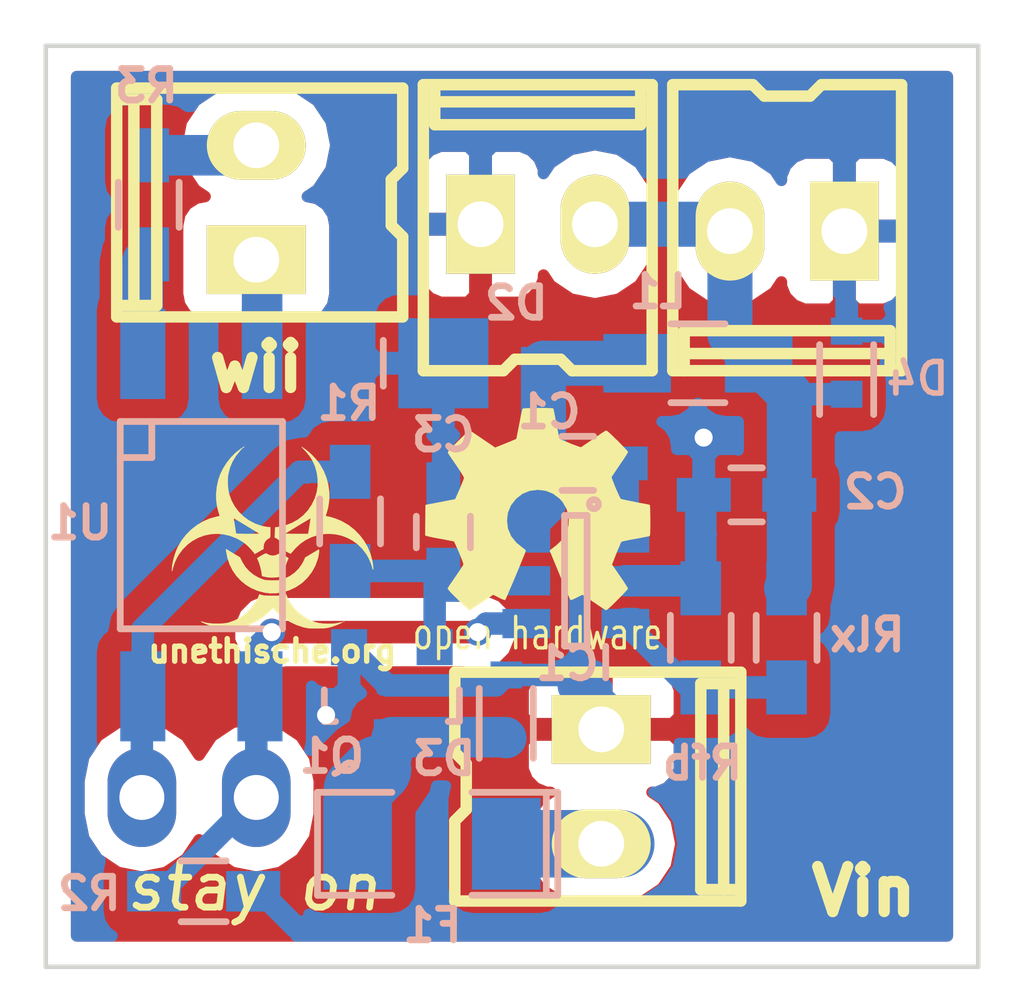
<source format=kicad_pcb>
(kicad_pcb (version 4) (host pcbnew 0.201510241816+6277~30~ubuntu14.04.1-product)

  (general
    (links 0)
    (no_connects 16)
    (area 81.168295 55.426 126.832 106.612952)
    (thickness 1.6)
    (drawings 4)
    (tracks 86)
    (zones 0)
    (modules 24)
    (nets 14)
  )

  (page User 210.007 148.006)
  (title_block
    (title "wii laserbar PCB")
    (date 2015-10-26)
    (rev v0.5)
    (company unethische.org)
  )

  (layers
    (0 F.Cu signal)
    (31 B.Cu signal)
    (32 B.Adhes user)
    (33 F.Adhes user)
    (34 B.Paste user)
    (35 F.Paste user)
    (36 B.SilkS user)
    (37 F.SilkS user)
    (38 B.Mask user)
    (39 F.Mask user)
    (40 Dwgs.User user)
    (41 Cmts.User user)
    (42 Eco1.User user)
    (43 Eco2.User user)
    (44 Edge.Cuts user)
    (45 Margin user)
    (46 B.CrtYd user)
    (47 F.CrtYd user)
    (48 B.Fab user)
    (49 F.Fab user)
  )

  (setup
    (last_trace_width 0.5)
    (user_trace_width 0.3)
    (user_trace_width 0.4)
    (user_trace_width 0.5)
    (user_trace_width 0.6)
    (user_trace_width 0.7)
    (user_trace_width 0.8)
    (user_trace_width 0.9)
    (user_trace_width 1)
    (user_trace_width 1.5)
    (trace_clearance 0.2)
    (zone_clearance 0.508)
    (zone_45_only no)
    (trace_min 0.2)
    (segment_width 0.2)
    (edge_width 0.1)
    (via_size 0.6)
    (via_drill 0.4)
    (via_min_size 0.4)
    (via_min_drill 0.3)
    (uvia_size 0.3)
    (uvia_drill 0.1)
    (uvias_allowed no)
    (uvia_min_size 0.2)
    (uvia_min_drill 0.1)
    (pcb_text_width 0.3)
    (pcb_text_size 1.5 1.5)
    (mod_edge_width 0.15)
    (mod_text_size 1 1)
    (mod_text_width 0.15)
    (pad_size 3 3)
    (pad_drill 3)
    (pad_to_mask_clearance 0)
    (aux_axis_origin 0 0)
    (visible_elements FFFFFF7F)
    (pcbplotparams
      (layerselection 0x010f0_80000001)
      (usegerberextensions true)
      (excludeedgelayer true)
      (linewidth 0.100000)
      (plotframeref false)
      (viasonmask false)
      (mode 1)
      (useauxorigin false)
      (hpglpennumber 1)
      (hpglpenspeed 20)
      (hpglpendiameter 15)
      (hpglpenoverlay 2)
      (psnegative false)
      (psa4output false)
      (plotreference true)
      (plotvalue true)
      (plotinvisibletext false)
      (padsonsilk false)
      (subtractmaskfromsilk false)
      (outputformat 1)
      (mirror false)
      (drillshape 0)
      (scaleselection 1)
      (outputdirectory gerber/))
  )

  (net 0 "")
  (net 1 "Net-(C1-Pad1)")
  (net 2 "Net-(C1-Pad2)")
  (net 3 VCC)
  (net 4 GND)
  (net 5 "Net-(C3-Pad1)")
  (net 6 "Net-(D3-Pad1)")
  (net 7 +12V)
  (net 8 "Net-(IC1-Pad3)")
  (net 9 "Net-(IC1-Pad4)")
  (net 10 "Net-(J2-Pad2)")
  (net 11 "Net-(J5-Pad2)")
  (net 12 "Net-(J2-Pad1)")
  (net 13 "Net-(R3-Pad2)")

  (net_class Default "This is the default net class."
    (clearance 0.2)
    (trace_width 0.25)
    (via_dia 0.6)
    (via_drill 0.4)
    (uvia_dia 0.3)
    (uvia_drill 0.1)
    (add_net +12V)
    (add_net GND)
    (add_net "Net-(C1-Pad1)")
    (add_net "Net-(C1-Pad2)")
    (add_net "Net-(C3-Pad1)")
    (add_net "Net-(D3-Pad1)")
    (add_net "Net-(IC1-Pad3)")
    (add_net "Net-(IC1-Pad4)")
    (add_net "Net-(J2-Pad1)")
    (add_net "Net-(J2-Pad2)")
    (add_net "Net-(J5-Pad2)")
    (add_net "Net-(R3-Pad2)")
    (add_net VCC)
  )

  (module Capacitors_SMD:C_0603_HandSoldering (layer B.Cu) (tedit 562E2E05) (tstamp 562E191E)
    (at 101.473 66.802 180)
    (descr "Capacitor SMD 0603, hand soldering")
    (tags "capacitor 0603")
    (path /55B8A9FE)
    (attr smd)
    (fp_text reference C1 (at 0.635 1.143 180) (layer B.SilkS)
      (effects (font (size 0.7 0.7) (thickness 0.15)) (justify mirror))
    )
    (fp_text value 10n (at 4.318 -35.433 180) (layer B.Fab) hide
      (effects (font (size 1 1) (thickness 0.15)) (justify mirror))
    )
    (fp_line (start -1.85 0.75) (end 1.85 0.75) (layer B.CrtYd) (width 0.05))
    (fp_line (start -1.85 -0.75) (end 1.85 -0.75) (layer B.CrtYd) (width 0.05))
    (fp_line (start -1.85 0.75) (end -1.85 -0.75) (layer B.CrtYd) (width 0.05))
    (fp_line (start 1.85 0.75) (end 1.85 -0.75) (layer B.CrtYd) (width 0.05))
    (fp_line (start -0.35 0.6) (end 0.35 0.6) (layer B.SilkS) (width 0.15))
    (fp_line (start 0.35 -0.6) (end -0.35 -0.6) (layer B.SilkS) (width 0.15))
    (pad 1 smd rect (at -0.95 0 180) (size 1.2 0.75) (layers B.Cu B.Paste B.Mask)
      (net 1 "Net-(C1-Pad1)"))
    (pad 2 smd rect (at 0.95 0 180) (size 1.2 0.75) (layers B.Cu B.Paste B.Mask)
      (net 2 "Net-(C1-Pad2)"))
    (model Capacitors_SMD.3dshapes/C_0603_HandSoldering.wrl
      (at (xyz 0 0 0))
      (scale (xyz 1 1 1))
      (rotate (xyz 0 0 0))
    )
  )

  (module Capacitors_SMD:C_0603_HandSoldering (layer B.Cu) (tedit 562E2E09) (tstamp 562E1924)
    (at 105.2195 67.5005 180)
    (descr "Capacitor SMD 0603, hand soldering")
    (tags "capacitor 0603")
    (path /55B8D7AB)
    (attr smd)
    (fp_text reference C2 (at -2.8575 0.0635 180) (layer B.SilkS)
      (effects (font (size 0.7 0.7) (thickness 0.15)) (justify mirror))
    )
    (fp_text value 10u (at -18.6055 -22.0345 180) (layer B.Fab) hide
      (effects (font (size 1 1) (thickness 0.15)) (justify mirror))
    )
    (fp_line (start -1.85 0.75) (end 1.85 0.75) (layer B.CrtYd) (width 0.05))
    (fp_line (start -1.85 -0.75) (end 1.85 -0.75) (layer B.CrtYd) (width 0.05))
    (fp_line (start -1.85 0.75) (end -1.85 -0.75) (layer B.CrtYd) (width 0.05))
    (fp_line (start 1.85 0.75) (end 1.85 -0.75) (layer B.CrtYd) (width 0.05))
    (fp_line (start -0.35 0.6) (end 0.35 0.6) (layer B.SilkS) (width 0.15))
    (fp_line (start 0.35 -0.6) (end -0.35 -0.6) (layer B.SilkS) (width 0.15))
    (pad 1 smd rect (at -0.95 0 180) (size 1.2 0.75) (layers B.Cu B.Paste B.Mask)
      (net 3 VCC))
    (pad 2 smd rect (at 0.95 0 180) (size 1.2 0.75) (layers B.Cu B.Paste B.Mask)
      (net 4 GND))
    (model Capacitors_SMD.3dshapes/C_0603_HandSoldering.wrl
      (at (xyz 0 0 0))
      (scale (xyz 1 1 1))
      (rotate (xyz 0 0 0))
    )
  )

  (module Capacitors_SMD:C_0603_HandSoldering (layer B.Cu) (tedit 562E2E10) (tstamp 562E192A)
    (at 98.4885 68.326 90)
    (descr "Capacitor SMD 0603, hand soldering")
    (tags "capacitor 0603")
    (path /55B9DE02)
    (attr smd)
    (fp_text reference C3 (at 2.159 0 180) (layer B.SilkS)
      (effects (font (size 0.7 0.7) (thickness 0.15)) (justify mirror))
    )
    (fp_text value 4u7 (at -19.177 21.3995 90) (layer B.Fab) hide
      (effects (font (size 1 1) (thickness 0.15)) (justify mirror))
    )
    (fp_line (start -1.85 0.75) (end 1.85 0.75) (layer B.CrtYd) (width 0.05))
    (fp_line (start -1.85 -0.75) (end 1.85 -0.75) (layer B.CrtYd) (width 0.05))
    (fp_line (start -1.85 0.75) (end -1.85 -0.75) (layer B.CrtYd) (width 0.05))
    (fp_line (start 1.85 0.75) (end 1.85 -0.75) (layer B.CrtYd) (width 0.05))
    (fp_line (start -0.35 0.6) (end 0.35 0.6) (layer B.SilkS) (width 0.15))
    (fp_line (start 0.35 -0.6) (end -0.35 -0.6) (layer B.SilkS) (width 0.15))
    (pad 1 smd rect (at -0.95 0 90) (size 1.2 0.75) (layers B.Cu B.Paste B.Mask)
      (net 5 "Net-(C3-Pad1)"))
    (pad 2 smd rect (at 0.95 0 90) (size 1.2 0.75) (layers B.Cu B.Paste B.Mask)
      (net 4 GND))
    (model Capacitors_SMD.3dshapes/C_0603_HandSoldering.wrl
      (at (xyz 0 0 0))
      (scale (xyz 1 1 1))
      (rotate (xyz 0 0 0))
    )
  )

  (module jcgb:DIODE_POWERMITE (layer B.Cu) (tedit 562E2E19) (tstamp 562E1930)
    (at 99.441 64.5795)
    (path /55B8CD3C)
    (fp_text reference D2 (at 1.4478 -0.9271 180) (layer B.SilkS)
      (effects (font (size 0.7 0.7) (thickness 0.15)) (justify left bottom mirror))
    )
    (fp_text value D_Schottky_Small (at -2.2225 -3.1115) (layer B.SilkS) hide
      (effects (font (size 1.2065 1.2065) (thickness 0.1016)) (justify left bottom mirror))
    )
    (fp_line (start -2.286 0.508) (end -2.286 -0.508) (layer B.SilkS) (width 0.15))
    (pad 2 smd rect (at -0.9525 0) (size 2 2) (layers B.Cu B.Paste B.Mask)
      (net 4 GND))
    (pad 1 smd rect (at 1.27 0 270) (size 0.726 1) (layers B.Cu B.Paste B.Mask)
      (net 2 "Net-(C1-Pad2)"))
  )

  (module Diodes_SMD:SOD-523 (layer B.Cu) (tedit 562E2E1D) (tstamp 562E1936)
    (at 99.8855 72.1995 270)
    (descr "http://www.diodes.com/datasheets/ap02001.pdf p.144")
    (tags "Diode SOD523")
    (path /55C604B7)
    (attr smd)
    (fp_text reference D3 (at 1.1557 1.3843 360) (layer B.SilkS)
      (effects (font (size 0.7 0.7) (thickness 0.15)) (justify mirror))
    )
    (fp_text value TVS (at 18.8595 -10.6045 270) (layer B.Fab) hide
      (effects (font (size 1 1) (thickness 0.15)) (justify mirror))
    )
    (fp_line (start -0.4 -0.6) (end 1.15 -0.6) (layer B.SilkS) (width 0.15))
    (fp_line (start -0.4 0.6) (end 1.15 0.6) (layer B.SilkS) (width 0.15))
    (pad 2 smd rect (at -0.7 0 270) (size 0.6 0.7) (layers B.Cu B.Paste B.Mask)
      (net 4 GND))
    (pad 1 smd rect (at 0.7 0 270) (size 0.6 0.7) (layers B.Cu B.Paste B.Mask)
      (net 6 "Net-(D3-Pad1)"))
  )

  (module Diodes_SMD:SOD-523 (layer B.Cu) (tedit 562E35FC) (tstamp 562E193C)
    (at 107.442 64.5668 270)
    (descr "http://www.diodes.com/datasheets/ap02001.pdf p.144")
    (tags "Diode SOD523")
    (path /5623EC8B)
    (attr smd)
    (fp_text reference D4 (at 0.3556 -1.5748 360) (layer B.SilkS)
      (effects (font (size 0.7 0.7) (thickness 0.125)) (justify mirror))
    )
    (fp_text value TVS (at 22.8092 -5.842 270) (layer B.Fab) hide
      (effects (font (size 1 1) (thickness 0.15)) (justify mirror))
    )
    (fp_line (start -0.4 -0.6) (end 1.15 -0.6) (layer B.SilkS) (width 0.15))
    (fp_line (start -0.4 0.6) (end 1.15 0.6) (layer B.SilkS) (width 0.15))
    (pad 2 smd rect (at -0.7 0 270) (size 0.6 0.7) (layers B.Cu B.Paste B.Mask)
      (net 4 GND))
    (pad 1 smd rect (at 0.7 0 270) (size 0.6 0.7) (layers B.Cu B.Paste B.Mask)
      (net 3 VCC))
  )

  (module SMD_Packages:SMD-1206_Pol (layer B.Cu) (tedit 562E2E35) (tstamp 562E1942)
    (at 98.2345 75.2475 180)
    (path /562E1427)
    (attr smd)
    (fp_text reference F1 (at -0.0127 -1.8161 180) (layer B.SilkS)
      (effects (font (size 0.7 0.7) (thickness 0.15)) (justify mirror))
    )
    (fp_text value 250mA (at 0.0635 -11.6205 180) (layer B.Fab) hide
      (effects (font (size 1 1) (thickness 0.15)) (justify mirror))
    )
    (fp_line (start -2.54 1.143) (end -2.794 1.143) (layer B.SilkS) (width 0.15))
    (fp_line (start -2.794 1.143) (end -2.794 -1.143) (layer B.SilkS) (width 0.15))
    (fp_line (start -2.794 -1.143) (end -2.54 -1.143) (layer B.SilkS) (width 0.15))
    (fp_line (start -2.54 1.143) (end -2.54 -1.143) (layer B.SilkS) (width 0.15))
    (fp_line (start -2.54 -1.143) (end -0.889 -1.143) (layer B.SilkS) (width 0.15))
    (fp_line (start 0.889 1.143) (end 2.54 1.143) (layer B.SilkS) (width 0.15))
    (fp_line (start 2.54 1.143) (end 2.54 -1.143) (layer B.SilkS) (width 0.15))
    (fp_line (start 2.54 -1.143) (end 0.889 -1.143) (layer B.SilkS) (width 0.15))
    (fp_line (start -0.889 1.143) (end -2.54 1.143) (layer B.SilkS) (width 0.15))
    (pad 1 smd rect (at -1.651 0 180) (size 1.524 2.032) (layers B.Cu B.Paste B.Mask)
      (net 7 +12V))
    (pad 2 smd rect (at 1.651 0 180) (size 1.524 2.032) (layers B.Cu B.Paste B.Mask)
      (net 6 "Net-(D3-Pad1)"))
    (model SMD_Packages.3dshapes/SMD-1206_Pol.wrl
      (at (xyz 0 0 0))
      (scale (xyz 0.17 0.16 0.16))
      (rotate (xyz 0 0 0))
    )
  )

  (module Housings_SOT-23_SOT-143_TSOT-6:SOT-23-6 (layer B.Cu) (tedit 562E2E15) (tstamp 562E194C)
    (at 101.43 69.408 180)
    (descr "6-pin SOT-23 package")
    (tags SOT-23-6)
    (path /55C6D60F)
    (attr smd)
    (fp_text reference IC1 (at 0.0205 -1.839 180) (layer B.SilkS)
      (effects (font (size 0.7 0.7) (thickness 0.15)) (justify mirror))
    )
    (fp_text value AOZ1280 (at 7.704 -26.096 180) (layer B.Fab) hide
      (effects (font (size 1 1) (thickness 0.15)) (justify mirror))
    )
    (fp_circle (center -0.4 1.7) (end -0.3 1.7) (layer B.SilkS) (width 0.15))
    (fp_line (start 0.25 1.45) (end -0.25 1.45) (layer B.SilkS) (width 0.15))
    (fp_line (start 0.25 -1.45) (end 0.25 1.45) (layer B.SilkS) (width 0.15))
    (fp_line (start -0.25 -1.45) (end 0.25 -1.45) (layer B.SilkS) (width 0.15))
    (fp_line (start -0.25 1.45) (end -0.25 -1.45) (layer B.SilkS) (width 0.15))
    (pad 1 smd rect (at -1.1 0.95 180) (size 1.06 0.65) (layers B.Cu B.Paste B.Mask)
      (net 1 "Net-(C1-Pad1)"))
    (pad 2 smd rect (at -1.1 0 180) (size 1.06 0.65) (layers B.Cu B.Paste B.Mask)
      (net 4 GND))
    (pad 3 smd rect (at -1.1 -0.95 180) (size 1.06 0.65) (layers B.Cu B.Paste B.Mask)
      (net 8 "Net-(IC1-Pad3)"))
    (pad 4 smd rect (at 1.1 -0.95 180) (size 1.06 0.65) (layers B.Cu B.Paste B.Mask)
      (net 9 "Net-(IC1-Pad4)"))
    (pad 6 smd rect (at 1.1 0.95 180) (size 1.06 0.65) (layers B.Cu B.Paste B.Mask)
      (net 2 "Net-(C1-Pad2)"))
    (pad 5 smd rect (at 1.1 0 180) (size 1.06 0.65) (layers B.Cu B.Paste B.Mask)
      (net 5 "Net-(C3-Pad1)"))
    (model Housings_SOT-23_SOT-143_TSOT-6.3dshapes/SOT-23-6.wrl
      (at (xyz 0 0 0))
      (scale (xyz 1 1 1))
      (rotate (xyz 0 0 0))
    )
  )

  (module w_conn_kk100:kk100_22-23-2021 (layer F.Cu) (tedit 562E2BFF) (tstamp 562E1952)
    (at 101.9175 73.9775 270)
    (descr "2 pin vert. connector, Molex KK100 series")
    (path /55B8AD76)
    (fp_text reference J1 (at 0 -4.318 270) (layer F.SilkS) hide
      (effects (font (thickness 0.3048)))
    )
    (fp_text value Vin (at 2.3241 -5.9055 360) (layer F.SilkS)
      (effects (font (size 1 1) (thickness 0.25)))
    )
    (fp_line (start -2.286 -2.286) (end 2.286 -2.286) (layer F.SilkS) (width 0.254))
    (fp_line (start 2.286 -2.794) (end -2.286 -2.794) (layer F.SilkS) (width 0.254))
    (fp_line (start 2.286 -2.286) (end 2.286 -3.175) (layer F.SilkS) (width 0.254))
    (fp_line (start -2.286 -2.286) (end -2.286 -3.175) (layer F.SilkS) (width 0.254))
    (fp_line (start -0.762 3.175) (end -2.54 3.175) (layer F.SilkS) (width 0.254))
    (fp_line (start 0.762 3.175) (end 2.54 3.175) (layer F.SilkS) (width 0.254))
    (fp_line (start 0.508 2.921) (end 0.762 3.175) (layer F.SilkS) (width 0.254))
    (fp_line (start -0.508 2.921) (end -0.762 3.175) (layer F.SilkS) (width 0.254))
    (fp_line (start -0.508 2.921) (end 0.508 2.921) (layer F.SilkS) (width 0.254))
    (fp_line (start 2.54 -3.175) (end 2.54 3.175) (layer F.SilkS) (width 0.254))
    (fp_line (start -2.54 3.175) (end -2.54 -3.175) (layer F.SilkS) (width 0.254))
    (fp_line (start -2.54 -3.175) (end 2.54 -3.175) (layer F.SilkS) (width 0.254))
    (pad 1 thru_hole rect (at -1.27 -0.0762 270) (size 1.524 2.1971) (drill 1.016) (layers *.Cu *.Mask F.SilkS)
      (net 4 GND))
    (pad 2 thru_hole oval (at 1.27 -0.0762 270) (size 1.524 2.1971) (drill 1.016) (layers *.Cu *.Mask F.SilkS)
      (net 7 +12V))
    (model walter/conn_kk100/22-23-2021.wrl
      (at (xyz 0 0 0))
      (scale (xyz 1 1 1))
      (rotate (xyz 0 0 0))
    )
  )

  (module w_conn_kk100:kk100_22-23-2021 (layer F.Cu) (tedit 562E2BE0) (tstamp 562E1958)
    (at 94.4118 61.0108 90)
    (descr "2 pin vert. connector, Molex KK100 series")
    (path /55B8EB92)
    (fp_text reference J2 (at -4.1402 -0.0508 180) (layer F.SilkS) hide
      (effects (font (thickness 0.3048)))
    )
    (fp_text value wii (at -3.6576 -0.0762 180) (layer F.SilkS)
      (effects (font (size 1 1) (thickness 0.25)))
    )
    (fp_line (start -2.286 -2.286) (end 2.286 -2.286) (layer F.SilkS) (width 0.254))
    (fp_line (start 2.286 -2.794) (end -2.286 -2.794) (layer F.SilkS) (width 0.254))
    (fp_line (start 2.286 -2.286) (end 2.286 -3.175) (layer F.SilkS) (width 0.254))
    (fp_line (start -2.286 -2.286) (end -2.286 -3.175) (layer F.SilkS) (width 0.254))
    (fp_line (start -0.762 3.175) (end -2.54 3.175) (layer F.SilkS) (width 0.254))
    (fp_line (start 0.762 3.175) (end 2.54 3.175) (layer F.SilkS) (width 0.254))
    (fp_line (start 0.508 2.921) (end 0.762 3.175) (layer F.SilkS) (width 0.254))
    (fp_line (start -0.508 2.921) (end -0.762 3.175) (layer F.SilkS) (width 0.254))
    (fp_line (start -0.508 2.921) (end 0.508 2.921) (layer F.SilkS) (width 0.254))
    (fp_line (start 2.54 -3.175) (end 2.54 3.175) (layer F.SilkS) (width 0.254))
    (fp_line (start -2.54 3.175) (end -2.54 -3.175) (layer F.SilkS) (width 0.254))
    (fp_line (start -2.54 -3.175) (end 2.54 -3.175) (layer F.SilkS) (width 0.254))
    (pad 1 thru_hole rect (at -1.27 -0.0762 90) (size 1.524 2.1971) (drill 1.016) (layers *.Cu *.Mask F.SilkS)
      (net 12 "Net-(J2-Pad1)"))
    (pad 2 thru_hole oval (at 1.27 -0.0762 90) (size 1.524 2.1971) (drill 1.016) (layers *.Cu *.Mask F.SilkS)
      (net 10 "Net-(J2-Pad2)"))
    (model walter/conn_kk100/22-23-2021.wrl
      (at (xyz 0 0 0))
      (scale (xyz 1 1 1))
      (rotate (xyz 0 0 0))
    )
  )

  (module w_conn_kk100:kk100_22-23-2021 (layer F.Cu) (tedit 562E3676) (tstamp 562E195E)
    (at 100.584 61.5696)
    (descr "2 pin vert. connector, Molex KK100 series")
    (path /55B8EDCF)
    (fp_text reference J3 (at 0 -4.318) (layer F.SilkS) hide
      (effects (font (thickness 0.3048)))
    )
    (fp_text value lsr2 (at 0 -4.4196) (layer F.SilkS) hide
      (effects (font (size 1 1) (thickness 0.25)))
    )
    (fp_line (start -2.286 -2.286) (end 2.286 -2.286) (layer F.SilkS) (width 0.254))
    (fp_line (start 2.286 -2.794) (end -2.286 -2.794) (layer F.SilkS) (width 0.254))
    (fp_line (start 2.286 -2.286) (end 2.286 -3.175) (layer F.SilkS) (width 0.254))
    (fp_line (start -2.286 -2.286) (end -2.286 -3.175) (layer F.SilkS) (width 0.254))
    (fp_line (start -0.762 3.175) (end -2.54 3.175) (layer F.SilkS) (width 0.254))
    (fp_line (start 0.762 3.175) (end 2.54 3.175) (layer F.SilkS) (width 0.254))
    (fp_line (start 0.508 2.921) (end 0.762 3.175) (layer F.SilkS) (width 0.254))
    (fp_line (start -0.508 2.921) (end -0.762 3.175) (layer F.SilkS) (width 0.254))
    (fp_line (start -0.508 2.921) (end 0.508 2.921) (layer F.SilkS) (width 0.254))
    (fp_line (start 2.54 -3.175) (end 2.54 3.175) (layer F.SilkS) (width 0.254))
    (fp_line (start -2.54 3.175) (end -2.54 -3.175) (layer F.SilkS) (width 0.254))
    (fp_line (start -2.54 -3.175) (end 2.54 -3.175) (layer F.SilkS) (width 0.254))
    (pad 1 thru_hole rect (at -1.27 -0.0762) (size 1.524 2.1971) (drill 1.016) (layers *.Cu *.Mask F.SilkS)
      (net 4 GND))
    (pad 2 thru_hole oval (at 1.27 -0.0762) (size 1.524 2.1971) (drill 1.016) (layers *.Cu *.Mask F.SilkS)
      (net 3 VCC))
    (model walter/conn_kk100/22-23-2021.wrl
      (at (xyz 0 0 0))
      (scale (xyz 1 1 1))
      (rotate (xyz 0 0 0))
    )
  )

  (module w_conn_kk100:kk100_22-23-2021 (layer F.Cu) (tedit 562E3679) (tstamp 562E1964)
    (at 106.1212 61.5696 180)
    (descr "2 pin vert. connector, Molex KK100 series")
    (path /55B8EE63)
    (fp_text reference J4 (at 0 4.4196 180) (layer F.SilkS) hide
      (effects (font (thickness 0.3048)))
    )
    (fp_text value lsr1 (at 0 4.4196 180) (layer F.SilkS) hide
      (effects (font (size 1 1) (thickness 0.25)))
    )
    (fp_line (start -2.286 -2.286) (end 2.286 -2.286) (layer F.SilkS) (width 0.254))
    (fp_line (start 2.286 -2.794) (end -2.286 -2.794) (layer F.SilkS) (width 0.254))
    (fp_line (start 2.286 -2.286) (end 2.286 -3.175) (layer F.SilkS) (width 0.254))
    (fp_line (start -2.286 -2.286) (end -2.286 -3.175) (layer F.SilkS) (width 0.254))
    (fp_line (start -0.762 3.175) (end -2.54 3.175) (layer F.SilkS) (width 0.254))
    (fp_line (start 0.762 3.175) (end 2.54 3.175) (layer F.SilkS) (width 0.254))
    (fp_line (start 0.508 2.921) (end 0.762 3.175) (layer F.SilkS) (width 0.254))
    (fp_line (start -0.508 2.921) (end -0.762 3.175) (layer F.SilkS) (width 0.254))
    (fp_line (start -0.508 2.921) (end 0.508 2.921) (layer F.SilkS) (width 0.254))
    (fp_line (start 2.54 -3.175) (end 2.54 3.175) (layer F.SilkS) (width 0.254))
    (fp_line (start -2.54 3.175) (end -2.54 -3.175) (layer F.SilkS) (width 0.254))
    (fp_line (start -2.54 -3.175) (end 2.54 -3.175) (layer F.SilkS) (width 0.254))
    (pad 1 thru_hole rect (at -1.27 -0.0762 180) (size 1.524 2.1971) (drill 1.016) (layers *.Cu *.Mask F.SilkS)
      (net 4 GND))
    (pad 2 thru_hole oval (at 1.27 -0.0762 180) (size 1.524 2.1971) (drill 1.016) (layers *.Cu *.Mask F.SilkS)
      (net 3 VCC))
    (model walter/conn_kk100/22-23-2021.wrl
      (at (xyz 0 0 0))
      (scale (xyz 1 1 1))
      (rotate (xyz 0 0 0))
    )
  )

  (module jcgb:PINHEAD1-2 (layer F.Cu) (tedit 562E2C25) (tstamp 562E196A)
    (at 93.0656 74.2188 180)
    (path /55B921AA)
    (attr virtual)
    (fp_text reference J5 (at 0 -2.54 180) (layer F.SilkS) hide
      (effects (font (size 1 1) (thickness 0.15)))
    )
    (fp_text value "stay on" (at -1.2192 -1.9812 180) (layer F.SilkS)
      (effects (font (size 1 1) (thickness 0.15) italic))
    )
    (pad 1 thru_hole oval (at -1.27 0 180) (size 1.524 2.2) (drill 0.99822) (layers *.Cu *.Mask)
      (net 9 "Net-(IC1-Pad4)"))
    (pad 2 thru_hole oval (at 1.27 0 180) (size 1.524 2.2) (drill 0.99822) (layers *.Cu *.Mask)
      (net 11 "Net-(J5-Pad2)"))
  )

  (module Resistors_SMD:R_0805_HandSoldering (layer B.Cu) (tedit 562E2E01) (tstamp 562E1970)
    (at 104.14 64.5795)
    (descr "Resistor SMD 0805, hand soldering")
    (tags "resistor 0805")
    (path /55B8CFA4)
    (attr smd)
    (fp_text reference L1 (at -0.889 -1.5875) (layer B.SilkS)
      (effects (font (size 0.7 0.7) (thickness 0.15)) (justify mirror))
    )
    (fp_text value 2u2 (at 4.191 22.4155) (layer B.Fab) hide
      (effects (font (size 1 1) (thickness 0.15)) (justify mirror))
    )
    (fp_line (start -2.4 1) (end 2.4 1) (layer B.CrtYd) (width 0.05))
    (fp_line (start -2.4 -1) (end 2.4 -1) (layer B.CrtYd) (width 0.05))
    (fp_line (start -2.4 1) (end -2.4 -1) (layer B.CrtYd) (width 0.05))
    (fp_line (start 2.4 1) (end 2.4 -1) (layer B.CrtYd) (width 0.05))
    (fp_line (start 0.6 -0.875) (end -0.6 -0.875) (layer B.SilkS) (width 0.15))
    (fp_line (start -0.6 0.875) (end 0.6 0.875) (layer B.SilkS) (width 0.15))
    (pad 1 smd rect (at -1.35 0) (size 1.5 1.3) (layers B.Cu B.Paste B.Mask)
      (net 2 "Net-(C1-Pad2)"))
    (pad 2 smd rect (at 1.35 0) (size 1.5 1.3) (layers B.Cu B.Paste B.Mask)
      (net 3 VCC))
    (model Resistors_SMD.3dshapes/R_0805_HandSoldering.wrl
      (at (xyz 0 0 0))
      (scale (xyz 1 1 1))
      (rotate (xyz 0 0 0))
    )
  )

  (module jcgb:gnu_gpl (layer F.Cu) (tedit 55BB80D3) (tstamp 562E1974)
    (at 107.061 68.326)
    (path /55BB870C)
    (fp_text reference LO1 (at 0 -3.556) (layer F.SilkS) hide
      (effects (font (thickness 0.3)))
    )
    (fp_text value Gnu_GPL (at 0 3.556) (layer F.SilkS) hide
      (effects (font (thickness 0.3)))
    )
    (fp_poly (pts (xy -1.286991 1.763021) (xy -1.233833 1.76944) (xy -1.202996 1.783056) (xy -1.188742 1.806371)
      (xy -1.185333 1.841053) (xy -1.187971 1.879743) (xy -1.198879 1.891882) (xy -1.214966 1.887926)
      (xy -1.313322 1.860357) (xy -1.40055 1.862771) (xy -1.420544 1.86819) (xy -1.475236 1.902164)
      (xy -1.507574 1.957561) (xy -1.515408 2.02862) (xy -1.503441 2.090223) (xy -1.48271 2.138562)
      (xy -1.452492 2.165893) (xy -1.420115 2.179091) (xy -1.35258 2.192926) (xy -1.308571 2.182783)
      (xy -1.288346 2.148752) (xy -1.286933 2.131625) (xy -1.291938 2.096238) (xy -1.312887 2.083713)
      (xy -1.329266 2.0828) (xy -1.361491 2.075806) (xy -1.371421 2.048268) (xy -1.371599 2.040466)
      (xy -1.369448 2.017004) (xy -1.357693 2.004338) (xy -1.328381 1.999152) (xy -1.273561 1.998134)
      (xy -1.269999 1.998133) (xy -1.1684 1.998133) (xy -1.1684 2.24882) (xy -1.221726 2.26741)
      (xy -1.289887 2.282169) (xy -1.369489 2.286245) (xy -1.447727 2.280169) (xy -1.511798 2.264473)
      (xy -1.532466 2.254494) (xy -1.590709 2.21352) (xy -1.626414 2.171896) (xy -1.644727 2.119576)
      (xy -1.650793 2.046517) (xy -1.651 2.023119) (xy -1.649574 1.955786) (xy -1.643562 1.911853)
      (xy -1.63036 1.880915) (xy -1.608666 1.853955) (xy -1.549158 1.80256) (xy -1.482742 1.773218)
      (xy -1.398769 1.761827) (xy -1.368207 1.761297) (xy -1.286991 1.763021)) (layer F.Mask) (width 0.01))
    (fp_poly (pts (xy -0.809337 1.938915) (xy -0.719666 2.099831) (xy -0.71482 1.938915) (xy -0.709973 1.778)
      (xy -0.592666 1.778) (xy -0.592666 2.286) (xy -0.743524 2.286) (xy -0.922866 1.964168)
      (xy -0.927713 2.125084) (xy -0.932559 2.286) (xy -1.049866 2.286) (xy -1.049866 1.778)
      (xy -0.899008 1.778) (xy -0.809337 1.938915)) (layer F.Mask) (width 0.01))
    (fp_poly (pts (xy -0.335931 1.965662) (xy -0.332644 2.049864) (xy -0.328096 2.106751) (xy -0.321093 2.142872)
      (xy -0.310441 2.164777) (xy -0.29733 2.177328) (xy -0.267919 2.195968) (xy -0.254 2.201333)
      (xy -0.233661 2.192411) (xy -0.210669 2.177328) (xy -0.195887 2.162446) (xy -0.185789 2.139027)
      (xy -0.179182 2.100521) (xy -0.174871 2.040378) (xy -0.172068 1.965662) (xy -0.166336 1.778)
      (xy -0.033866 1.778) (xy -0.033866 1.973846) (xy -0.035327 2.054819) (xy -0.039289 2.125603)
      (xy -0.045127 2.177973) (xy -0.051301 2.202271) (xy -0.089343 2.241062) (xy -0.150101 2.268879)
      (xy -0.223735 2.284071) (xy -0.300404 2.284989) (xy -0.370267 2.269982) (xy -0.393274 2.259604)
      (xy -0.425729 2.238206) (xy -0.448265 2.211153) (xy -0.462621 2.172303) (xy -0.470534 2.115514)
      (xy -0.473743 2.034643) (xy -0.474133 1.973846) (xy -0.474133 1.778) (xy -0.341663 1.778)
      (xy -0.335931 1.965662)) (layer F.Mask) (width 0.01))
    (fp_poly (pts (xy 0.608554 1.768271) (xy 0.665211 1.789522) (xy 0.692098 1.824278) (xy 0.694267 1.84058)
      (xy 0.690709 1.86853) (xy 0.673555 1.869045) (xy 0.65804 1.861403) (xy 0.577052 1.83096)
      (xy 0.499348 1.825043) (xy 0.432081 1.842931) (xy 0.382399 1.883903) (xy 0.378421 1.889626)
      (xy 0.358831 1.941947) (xy 0.351014 2.011371) (xy 0.354964 2.083253) (xy 0.370675 2.142942)
      (xy 0.378536 2.157615) (xy 0.420742 2.195235) (xy 0.482199 2.219468) (xy 0.549595 2.226218)
      (xy 0.584489 2.220963) (xy 0.617305 2.208055) (xy 0.63326 2.18493) (xy 0.639952 2.140097)
      (xy 0.640207 2.136706) (xy 0.645414 2.065866) (xy 0.585174 2.065866) (xy 0.540955 2.06054)
      (xy 0.525115 2.043453) (xy 0.524934 2.040466) (xy 0.533295 2.025148) (xy 0.562634 2.017262)
      (xy 0.618067 2.015066) (xy 0.711201 2.015066) (xy 0.711201 2.131943) (xy 0.710566 2.193561)
      (xy 0.706393 2.229956) (xy 0.695279 2.24977) (xy 0.673822 2.261649) (xy 0.657874 2.26741)
      (xy 0.581056 2.28356) (xy 0.497379 2.284572) (xy 0.420805 2.271174) (xy 0.377589 2.252818)
      (xy 0.319408 2.201687) (xy 0.284584 2.131536) (xy 0.271258 2.038312) (xy 0.270997 2.02014)
      (xy 0.283228 1.920495) (xy 0.319523 1.844582) (xy 0.379504 1.792789) (xy 0.46279 1.765508)
      (xy 0.523296 1.761066) (xy 0.608554 1.768271)) (layer F.Mask) (width 0.01))
    (fp_poly (pts (xy 1.052047 1.783674) (xy 1.112972 1.802696) (xy 1.14973 1.838062) (xy 1.166363 1.892767)
      (xy 1.168401 1.9304) (xy 1.157832 2.001832) (xy 1.124713 2.049754) (xy 1.066921 2.076047)
      (xy 0.996784 2.0828) (xy 0.914401 2.0828) (xy 0.914401 2.1844) (xy 0.913165 2.241145)
      (xy 0.907737 2.271808) (xy 0.895534 2.284132) (xy 0.880534 2.286) (xy 0.867518 2.284335)
      (xy 0.858347 2.275988) (xy 0.852349 2.255926) (xy 0.848855 2.21912) (xy 0.847193 2.160539)
      (xy 0.846692 2.07515) (xy 0.84667 2.036459) (xy 0.914401 2.036459) (xy 0.984184 2.027099)
      (xy 1.032383 2.017149) (xy 1.066512 2.003891) (xy 1.071673 2.000034) (xy 1.084375 1.971487)
      (xy 1.089378 1.9304) (xy 1.083145 1.883041) (xy 1.059858 1.854442) (xy 1.012638 1.838279)
      (xy 0.984184 1.8337) (xy 0.914401 1.82434) (xy 0.914401 2.036459) (xy 0.84667 2.036459)
      (xy 0.846667 2.032) (xy 0.846667 1.778) (xy 0.962917 1.778) (xy 1.052047 1.783674)) (layer F.Mask) (width 0.01))
    (fp_poly (pts (xy 1.317476 1.77981) (xy 1.326852 1.788775) (xy 1.332781 1.810192) (xy 1.336048 1.849359)
      (xy 1.337437 1.911575) (xy 1.337734 2.002137) (xy 1.337734 2.2352) (xy 1.464734 2.2352)
      (xy 1.531723 2.23653) (xy 1.571045 2.241338) (xy 1.588824 2.250849) (xy 1.591734 2.2606)
      (xy 1.585977 2.272707) (xy 1.56492 2.28037) (xy 1.522886 2.284483) (xy 1.454198 2.285944)
      (xy 1.430867 2.286) (xy 1.27 2.286) (xy 1.27 2.032) (xy 1.270222 1.93438)
      (xy 1.271335 1.865595) (xy 1.27401 1.820615) (xy 1.278918 1.794407) (xy 1.286729 1.781942)
      (xy 1.298114 1.778189) (xy 1.303867 1.778) (xy 1.317476 1.77981)) (layer F.Mask) (width 0.01))
    (fp_poly (pts (xy -0.979982 -2.436499) (xy -0.892514 -2.430158) (xy -0.820782 -2.416995) (xy -0.755774 -2.394925)
      (xy -0.688477 -2.361861) (xy -0.638657 -2.33314) (xy -0.578126 -2.298324) (xy -0.534852 -2.278802)
      (xy -0.497742 -2.271341) (xy -0.455703 -2.272707) (xy -0.438005 -2.274645) (xy -0.352228 -2.284804)
      (xy -0.363636 -2.238836) (xy -0.396892 -2.171999) (xy -0.456661 -2.121599) (xy -0.515363 -2.097667)
      (xy -0.547048 -2.090821) (xy -0.583938 -2.087098) (xy -0.631425 -2.086663) (xy -0.694898 -2.08968)
      (xy -0.779745 -2.096314) (xy -0.891357 -2.10673) (xy -0.927323 -2.110266) (xy -1.002057 -2.113552)
      (xy -1.070215 -2.10527) (xy -1.148707 -2.083688) (xy -1.272318 -2.03208) (xy -1.371151 -1.962447)
      (xy -1.45192 -1.869222) (xy -1.497057 -1.794934) (xy -1.531474 -1.7281) (xy -1.551978 -1.677033)
      (xy -1.562151 -1.628503) (xy -1.565577 -1.569283) (xy -1.565856 -1.540934) (xy -1.562929 -1.458806)
      (xy -1.551965 -1.397828) (xy -1.530993 -1.3462) (xy -1.48943 -1.287218) (xy -1.435679 -1.238777)
      (xy -1.37957 -1.208537) (xy -1.346243 -1.202267) (xy -1.310201 -1.209775) (xy -1.265916 -1.233689)
      (xy -1.210971 -1.27609) (xy -1.142951 -1.339061) (xy -1.059441 -1.424686) (xy -0.958026 -1.535047)
      (xy -0.95018 -1.543768) (xy -0.8447 -1.65839) (xy -0.754954 -1.748547) (xy -0.676525 -1.816991)
      (xy -0.604995 -1.866476) (xy -0.535948 -1.899756) (xy -0.464965 -1.919583) (xy -0.387629 -1.928711)
      (xy -0.3302 -1.930212) (xy -0.234059 -1.924979) (xy -0.152487 -1.90651) (xy -0.072748 -1.870642)
      (xy 0.008786 -1.819495) (xy 0.062713 -1.783898) (xy 0.106585 -1.757366) (xy 0.132496 -1.74462)
      (xy 0.135042 -1.744134) (xy 0.156724 -1.754464) (xy 0.169846 -1.764119) (xy 0.253313 -1.764119)
      (xy 0.299517 -1.748717) (xy 0.350845 -1.743407) (xy 0.397228 -1.759835) (xy 0.485777 -1.787062)
      (xy 0.582354 -1.783597) (xy 0.684023 -1.750794) (xy 0.787852 -1.690005) (xy 0.890907 -1.602582)
      (xy 0.990253 -1.48988) (xy 0.994374 -1.484517) (xy 1.083935 -1.373625) (xy 1.168268 -1.281458)
      (xy 1.243829 -1.211581) (xy 1.307076 -1.167555) (xy 1.312218 -1.164895) (xy 1.361362 -1.135469)
      (xy 1.400785 -1.103574) (xy 1.408404 -1.095121) (xy 1.429951 -1.070991) (xy 1.447256 -1.070848)
      (xy 1.473556 -1.092522) (xy 1.512789 -1.115516) (xy 1.547346 -1.120994) (xy 1.575783 -1.125219)
      (xy 1.594235 -1.152481) (xy 1.600728 -1.171908) (xy 1.623263 -1.216596) (xy 1.656078 -1.233189)
      (xy 1.67989 -1.239753) (xy 1.688902 -1.256798) (xy 1.686598 -1.294119) (xy 1.684054 -1.311853)
      (xy 1.679584 -1.360728) (xy 1.686748 -1.387931) (xy 1.703601 -1.402073) (xy 1.723743 -1.419822)
      (xy 1.721235 -1.446187) (xy 1.714694 -1.461779) (xy 1.703804 -1.50673) (xy 1.715278 -1.55741)
      (xy 1.72637 -1.602103) (xy 1.716963 -1.640858) (xy 1.706846 -1.659964) (xy 1.685906 -1.728353)
      (xy 1.687431 -1.765121) (xy 1.687606 -1.813371) (xy 1.665421 -1.848664) (xy 1.661028 -1.852788)
      (xy 1.632667 -1.897146) (xy 1.6256 -1.934496) (xy 1.618122 -1.973845) (xy 1.589256 -1.997327)
      (xy 1.575413 -2.003086) (xy 1.530921 -2.033213) (xy 1.505625 -2.069348) (xy 1.484334 -2.103358)
      (xy 1.450544 -2.115771) (xy 1.429409 -2.116667) (xy 1.379207 -2.126146) (xy 1.354667 -2.150534)
      (xy 1.321462 -2.178707) (xy 1.284069 -2.184401) (xy 1.231718 -2.189501) (xy 1.173203 -2.201969)
      (xy 1.166669 -2.203853) (xy 1.116286 -2.214584) (xy 1.085298 -2.208779) (xy 1.07874 -2.204216)
      (xy 1.050337 -2.193653) (xy 1.007248 -2.203443) (xy 1.004412 -2.2045) (xy 0.962378 -2.214634)
      (xy 0.919225 -2.208713) (xy 0.882944 -2.195807) (xy 0.834993 -2.180798) (xy 0.815265 -2.183811)
      (xy 0.824709 -2.20279) (xy 0.864273 -2.235679) (xy 0.86447 -2.23582) (xy 0.917131 -2.263249)
      (xy 0.985187 -2.285504) (xy 1.056539 -2.299973) (xy 1.119087 -2.304044) (xy 1.153982 -2.29832)
      (xy 1.196623 -2.290735) (xy 1.251542 -2.291132) (xy 1.263415 -2.292431) (xy 1.331129 -2.29198)
      (xy 1.365015 -2.277426) (xy 1.403432 -2.260834) (xy 1.454275 -2.252792) (xy 1.459347 -2.252672)
      (xy 1.509596 -2.245136) (xy 1.54544 -2.217489) (xy 1.557867 -2.201334) (xy 1.600053 -2.160788)
      (xy 1.635469 -2.150534) (xy 1.678072 -2.135052) (xy 1.708566 -2.098461) (xy 1.740735 -2.055137)
      (xy 1.774883 -2.022134) (xy 1.77605 -2.021301) (xy 1.805986 -1.981384) (xy 1.811867 -1.948657)
      (xy 1.822451 -1.900709) (xy 1.845645 -1.858159) (xy 1.870486 -1.807865) (xy 1.869333 -1.764761)
      (xy 1.872958 -1.701592) (xy 1.889198 -1.668585) (xy 1.908389 -1.63415) (xy 1.907728 -1.607449)
      (xy 1.89109 -1.575358) (xy 1.87359 -1.540661) (xy 1.875343 -1.520231) (xy 1.888247 -1.506918)
      (xy 1.911488 -1.474624) (xy 1.901013 -1.443769) (xy 1.877825 -1.425222) (xy 1.842183 -1.402963)
      (xy 1.877825 -1.365024) (xy 1.907639 -1.325372) (xy 1.907702 -1.298857) (xy 1.877663 -1.281802)
      (xy 1.869643 -1.279606) (xy 1.840116 -1.269847) (xy 1.836783 -1.254724) (xy 1.853413 -1.226492)
      (xy 1.871249 -1.184776) (xy 1.862249 -1.15859) (xy 1.835833 -1.151467) (xy 1.820758 -1.1476)
      (xy 1.823037 -1.130125) (xy 1.836157 -1.102814) (xy 1.851998 -1.060797) (xy 1.842885 -1.038996)
      (xy 1.808449 -1.032934) (xy 1.786967 -1.028102) (xy 1.790573 -1.007614) (xy 1.794934 -0.999067)
      (xy 1.803785 -0.975433) (xy 1.790385 -0.966435) (xy 1.762086 -0.9652) (xy 1.727522 -0.962393)
      (xy 1.716976 -0.946995) (xy 1.721683 -0.912355) (xy 1.732252 -0.85951) (xy 1.689396 -0.88759)
      (xy 1.646541 -0.91567) (xy 1.634522 -0.851601) (xy 1.622502 -0.787532) (xy 1.59079 -0.826694)
      (xy 1.559079 -0.865856) (xy 1.54817 -0.822395) (xy 1.532474 -0.786188) (xy 1.512328 -0.783409)
      (xy 1.49149 -0.808567) (xy 1.479219 -0.824949) (xy 1.474441 -0.812814) (xy 1.473715 -0.791634)
      (xy 1.466362 -0.75425) (xy 1.448501 -0.74756) (xy 1.424696 -0.77311) (xy 1.423757 -0.774701)
      (xy 1.41026 -0.794727) (xy 1.406277 -0.78519) (xy 1.405982 -0.775803) (xy 1.411473 -0.738973)
      (xy 1.422781 -0.701733) (xy 1.436949 -0.673149) (xy 1.457618 -0.662606) (xy 1.496745 -0.665316)
      (xy 1.509002 -0.667212) (xy 1.572492 -0.683211) (xy 1.634853 -0.707427) (xy 1.639854 -0.709912)
      (xy 1.721334 -0.765918) (xy 1.803214 -0.84763) (xy 1.879881 -0.947426) (xy 1.945724 -1.057683)
      (xy 1.99513 -1.170779) (xy 2.007319 -1.208988) (xy 2.023324 -1.294337) (xy 2.030912 -1.400818)
      (xy 2.030504 -1.517789) (xy 2.022522 -1.634606) (xy 2.007385 -1.740626) (xy 1.985515 -1.825206)
      (xy 1.98265 -1.832916) (xy 1.921924 -1.953643) (xy 1.83809 -2.068936) (xy 1.737872 -2.172022)
      (xy 1.627991 -2.256129) (xy 1.515171 -2.314484) (xy 1.4986 -2.320532) (xy 1.40788 -2.34423)
      (xy 1.302164 -2.360246) (xy 1.193493 -2.367706) (xy 1.093907 -2.365738) (xy 1.021801 -2.355133)
      (xy 0.965312 -2.335708) (xy 0.895632 -2.304227) (xy 0.827724 -2.267459) (xy 0.826921 -2.266977)
      (xy 0.765651 -2.232196) (xy 0.709238 -2.203649) (xy 0.668944 -2.186995) (xy 0.666054 -2.186152)
      (xy 0.618067 -2.173139) (xy 0.676183 -2.142874) (xy 0.700481 -2.131626) (xy 0.726585 -2.12405)
      (xy 0.759672 -2.120155) (xy 0.804918 -2.119951) (xy 0.8675 -2.123447) (xy 0.952593 -2.130651)
      (xy 1.065373 -2.141573) (xy 1.085517 -2.143584) (xy 1.180046 -2.1466) (xy 1.262234 -2.132505)
      (xy 1.344238 -2.098034) (xy 1.416016 -2.054822) (xy 1.516401 -1.969142) (xy 1.591521 -1.861805)
      (xy 1.640449 -1.734701) (xy 1.662261 -1.589719) (xy 1.663376 -1.549401) (xy 1.654008 -1.429723)
      (xy 1.626079 -1.328885) (xy 1.581405 -1.250289) (xy 1.521804 -1.197337) (xy 1.463825 -1.175579)
      (xy 1.412914 -1.175677) (xy 1.358115 -1.195954) (xy 1.297055 -1.238383) (xy 1.227358 -1.304937)
      (xy 1.146652 -1.397588) (xy 1.054644 -1.515534) (xy 1.001472 -1.584014) (xy 0.946128 -1.651525)
      (xy 0.897685 -1.707124) (xy 0.881506 -1.724367) (xy 0.783135 -1.805283) (xy 0.676425 -1.857122)
      (xy 0.56587 -1.879353) (xy 0.455962 -1.871445) (xy 0.351196 -1.832867) (xy 0.291757 -1.794065)
      (xy 0.253313 -1.764119) (xy 0.169846 -1.764119) (xy 0.191998 -1.780418) (xy 0.206923 -1.79304)
      (xy 0.306047 -1.865375) (xy 0.406676 -1.907325) (xy 0.516149 -1.921865) (xy 0.524934 -1.921934)
      (xy 0.61614 -1.91577) (xy 0.699621 -1.895467) (xy 0.779215 -1.85831) (xy 0.858762 -1.801585)
      (xy 0.942101 -1.722576) (xy 1.03307 -1.618568) (xy 1.130338 -1.493753) (xy 1.214801 -1.385815)
      (xy 1.286116 -1.306314) (xy 1.347001 -1.253769) (xy 1.400177 -1.226698) (xy 1.448361 -1.223621)
      (xy 1.494275 -1.243055) (xy 1.532202 -1.274815) (xy 1.580709 -1.34544) (xy 1.610776 -1.436991)
      (xy 1.621908 -1.541675) (xy 1.613615 -1.651699) (xy 1.585404 -1.75927) (xy 1.565735 -1.805509)
      (xy 1.503014 -1.903115) (xy 1.419373 -1.98761) (xy 1.323681 -2.051061) (xy 1.263456 -2.075955)
      (xy 1.214086 -2.089943) (xy 1.170277 -2.097044) (xy 1.121275 -2.097668) (xy 1.056329 -2.092224)
      (xy 1.002733 -2.085908) (xy 0.906443 -2.074592) (xy 0.836147 -2.068423) (xy 0.784346 -2.067557)
      (xy 0.743537 -2.072148) (xy 0.706221 -2.08235) (xy 0.678981 -2.092584) (xy 0.615972 -2.132247)
      (xy 0.585505 -2.175576) (xy 0.565223 -2.221595) (xy 0.563356 -2.243682) (xy 0.582877 -2.248048)
      (xy 0.61762 -2.242634) (xy 0.652909 -2.239563) (xy 0.687971 -2.247031) (xy 0.732326 -2.268342)
      (xy 0.787188 -2.301544) (xy 0.913513 -2.368001) (xy 1.041288 -2.406231) (xy 1.180216 -2.41862)
      (xy 1.253067 -2.416132) (xy 1.417375 -2.393821) (xy 1.560486 -2.348678) (xy 1.688548 -2.277848)
      (xy 1.807711 -2.178478) (xy 1.842977 -2.142319) (xy 1.928368 -2.040833) (xy 1.992389 -1.938931)
      (xy 2.037372 -1.829833) (xy 2.065651 -1.706759) (xy 2.07956 -1.562929) (xy 2.081997 -1.447801)
      (xy 2.078982 -1.328231) (xy 2.068638 -1.232024) (xy 2.048422 -1.149012) (xy 2.015787 -1.06903)
      (xy 1.96819 -0.981913) (xy 1.963313 -0.973754) (xy 1.870453 -0.839598) (xy 1.77099 -0.736698)
      (xy 1.662163 -0.662663) (xy 1.553024 -0.618465) (xy 1.507857 -0.602218) (xy 1.487065 -0.583269)
      (xy 1.4817 -0.552863) (xy 1.481667 -0.548631) (xy 1.487394 -0.512565) (xy 1.511537 -0.495768)
      (xy 1.532467 -0.491125) (xy 1.574576 -0.471895) (xy 1.588938 -0.436821) (xy 1.574314 -0.391131)
      (xy 1.560707 -0.371836) (xy 1.51928 -0.343829) (xy 1.455401 -0.326728) (xy 1.37888 -0.321128)
      (xy 1.299524 -0.327626) (xy 1.227142 -0.346817) (xy 1.217209 -0.350953) (xy 1.160772 -0.373861)
      (xy 1.108167 -0.392023) (xy 1.093834 -0.396045) (xy 1.050517 -0.413094) (xy 0.996952 -0.442231)
      (xy 0.97225 -0.458176) (xy 0.929866 -0.48636) (xy 0.899979 -0.504422) (xy 0.891794 -0.508001)
      (xy 0.887946 -0.49344) (xy 0.890334 -0.45735) (xy 0.897235 -0.41112) (xy 0.906926 -0.366141)
      (xy 0.917684 -0.3338) (xy 0.918346 -0.332471) (xy 0.933609 -0.313703) (xy 0.959886 -0.30713)
      (xy 1.007473 -0.310569) (xy 1.016241 -0.311701) (xy 1.070511 -0.315974) (xy 1.106909 -0.308495)
      (xy 1.140359 -0.285945) (xy 1.143249 -0.283482) (xy 1.169389 -0.255732) (xy 1.185038 -0.221459)
      (xy 1.194161 -0.169732) (xy 1.19752 -0.133838) (xy 1.200248 -0.063948) (xy 1.193158 -0.00802)
      (xy 1.172377 0.040467) (xy 1.134031 0.088036) (xy 1.074244 0.141206) (xy 1.000225 0.198253)
      (xy 1.006417 0.212333) (xy 1.030459 0.241799) (xy 1.046791 0.259293) (xy 1.083085 0.306836)
      (xy 1.100189 0.350911) (xy 1.100667 0.357687) (xy 1.085662 0.404567) (xy 1.046859 0.448477)
      (xy 0.993579 0.479361) (xy 0.985344 0.482119) (xy 0.958138 0.49655) (xy 0.953482 0.523759)
      (xy 0.956745 0.541915) (xy 0.959291 0.596461) (xy 0.948467 0.656533) (xy 0.927928 0.709509)
      (xy 0.901328 0.742767) (xy 0.898005 0.744778) (xy 0.85718 0.757578) (xy 0.815016 0.762)
      (xy 0.738563 0.772258) (xy 0.684325 0.800646) (xy 0.655491 0.843579) (xy 0.655247 0.897475)
      (xy 0.667219 0.928145) (xy 0.692344 1.000205) (xy 0.687183 1.064403) (xy 0.650576 1.124134)
      (xy 0.581364 1.182796) (xy 0.579967 1.183757) (xy 0.544822 1.211826) (xy 0.525956 1.234612)
      (xy 0.524934 1.238588) (xy 0.535983 1.260366) (xy 0.563565 1.293884) (xy 0.574431 1.305169)
      (xy 0.624477 1.342634) (xy 0.679837 1.354605) (xy 0.685094 1.354666) (xy 0.724515 1.356344)
      (xy 0.736815 1.365301) (xy 0.728711 1.38742) (xy 0.726735 1.391147) (xy 0.707211 1.427627)
      (xy 0.768473 1.389766) (xy 0.810028 1.368184) (xy 0.828038 1.368116) (xy 0.823106 1.38733)
      (xy 0.795833 1.423593) (xy 0.746821 1.474673) (xy 0.745123 1.476312) (xy 0.660513 1.557866)
      (xy 0.714643 1.557866) (xy 0.74938 1.560371) (xy 0.755124 1.569823) (xy 0.747889 1.578751)
      (xy 0.71209 1.594956) (xy 0.655315 1.600744) (xy 0.588589 1.596784) (xy 0.522938 1.583747)
      (xy 0.469387 1.5623) (xy 0.468512 1.561788) (xy 0.432948 1.54305) (xy 0.415437 1.53842)
      (xy 0.415697 1.542276) (xy 0.436977 1.562921) (xy 0.473997 1.589121) (xy 0.479099 1.592276)
      (xy 0.531168 1.623942) (xy 0.374907 1.623199) (xy 0.299983 1.622159) (xy 0.249328 1.61836)
      (xy 0.213349 1.609498) (xy 0.182453 1.59327) (xy 0.149151 1.568995) (xy 0.101676 1.52599)
      (xy 0.062151 1.4792) (xy 0.050665 1.460951) (xy 0.02936 1.428277) (xy 0.013139 1.416156)
      (xy 0.010838 1.417206) (xy 0.000499 1.446922) (xy 0.004082 1.487585) (xy 0.019838 1.52012)
      (xy 0.02032 1.520613) (xy 0.031615 1.537538) (xy 0.02098 1.540933) (xy -0.009841 1.526793)
      (xy -0.040976 1.492629) (xy -0.062913 1.450828) (xy -0.067733 1.425439) (xy -0.058884 1.383766)
      (xy -0.037128 1.334898) (xy -0.032525 1.327096) (xy 0.002683 1.270128) (xy -0.033252 1.223497)
      (xy -0.080843 1.162229) (xy -0.110527 1.125501) (xy -0.12467 1.110725) (xy -0.125638 1.115312)
      (xy -0.119489 1.129186) (xy -0.101901 1.195683) (xy -0.115864 1.252143) (xy -0.159637 1.29457)
      (xy -0.198966 1.311471) (xy -0.230039 1.33481) (xy -0.235115 1.370494) (xy -0.217028 1.401797)
      (xy -0.205709 1.425326) (xy -0.217453 1.43711) (xy -0.23606 1.431488) (xy -0.261822 1.403197)
      (xy -0.283831 1.359989) (xy -0.295529 1.317169) (xy -0.294161 1.295846) (xy -0.27252 1.269323)
      (xy -0.235072 1.243568) (xy -0.235014 1.243538) (xy -0.20126 1.219877) (xy -0.186308 1.197117)
      (xy -0.186266 1.196179) (xy -0.19931 1.175978) (xy -0.233471 1.144481) (xy -0.280335 1.109241)
      (xy -0.360172 1.047095) (xy -0.408032 0.992007) (xy -0.424705 0.942469) (xy -0.410979 0.896973)
      (xy -0.399266 0.881866) (xy -0.372304 0.841269) (xy -0.376543 0.813345) (xy -0.412142 0.797232)
      (xy -0.414866 0.796699) (xy -0.456058 0.779655) (xy -0.471077 0.749191) (xy -0.487893 0.717419)
      (xy -0.509177 0.7112) (xy -0.554416 0.695885) (xy -0.590071 0.6563) (xy -0.608542 0.601984)
      (xy -0.609599 0.585199) (xy -0.605113 0.543021) (xy -0.59416 0.517616) (xy -0.592666 0.516466)
      (xy -0.575977 0.496145) (xy -0.590132 0.479174) (xy -0.622299 0.471024) (xy -0.660515 0.457063)
      (xy -0.674314 0.427286) (xy -0.696174 0.38954) (xy -0.735483 0.365624) (xy -0.768989 0.348384)
      (xy -0.787068 0.325439) (xy -0.79624 0.285566) (xy -0.799573 0.255247) (xy -0.809402 0.199745)
      (xy -0.824937 0.158768) (xy -0.833761 0.147576) (xy -0.851297 0.115869) (xy -0.864617 0.053865)
      (xy -0.870043 0.005654) (xy -0.87836 -0.075744) (xy -0.887596 -0.127906) (xy -0.899411 -0.155455)
      (xy -0.915465 -0.163013) (xy -0.929285 -0.159255) (xy -0.96056 -0.146836) (xy -1.010033 -0.128437)
      (xy -1.0414 -0.117149) (xy -1.126066 -0.087068) (xy -1.131145 0.104632) (xy -1.126575 0.291193)
      (xy -1.100726 0.457865) (xy -1.05117 0.610974) (xy -0.975481 0.756847) (xy -0.871233 0.901809)
      (xy -0.78914 0.996231) (xy -0.734195 1.056407) (xy -0.688732 1.107282) (xy -0.6571 1.143908)
      (xy -0.643652 1.161337) (xy -0.643466 1.161927) (xy -0.654835 1.163966) (xy -0.686624 1.144617)
      (xy -0.735361 1.106493) (xy -0.79757 1.052205) (xy -0.833246 1.019248) (xy -0.964197 0.880286)
      (xy -1.06529 0.735603) (xy -1.138772 0.580168) (xy -1.18689 0.408949) (xy -1.211893 0.216916)
      (xy -1.214794 0.1651) (xy -1.219122 0.084074) (xy -1.224327 0.016915) (xy -1.229795 -0.030032)
      (xy -1.234915 -0.050424) (xy -1.235614 -0.0508) (xy -1.253918 -0.03964) (xy -1.283187 -0.01241)
      (xy -1.286623 -0.008797) (xy -1.321561 0.019247) (xy -1.364862 0.030741) (xy -1.403875 0.031803)
      (xy -1.465256 0.033614) (xy -1.522342 0.039855) (xy -1.535026 0.042275) (xy -1.573818 0.046949)
      (xy -1.59295 0.034872) (xy -1.59921 0.020049) (xy -1.601724 -0.037664) (xy -1.540136 -0.037664)
      (xy -1.536611 -0.024733) (xy -1.511653 -0.031467) (xy -1.508179 -0.033271) (xy -1.469856 -0.044839)
      (xy -1.417905 -0.050642) (xy -1.408653 -0.0508) (xy -1.355167 -0.057838) (xy -1.320763 -0.076277)
      (xy -1.320032 -0.077125) (xy -1.29352 -0.102545) (xy -1.256275 -0.12421) (xy -1.201018 -0.14543)
      (xy -1.120472 -0.169516) (xy -1.111494 -0.172003) (xy -0.998242 -0.209747) (xy -0.906036 -0.257512)
      (xy -0.822224 -0.323) (xy -0.758942 -0.38656) (xy -0.680377 -0.482903) (xy -0.622255 -0.583558)
      (xy -0.578273 -0.700474) (xy -0.561715 -0.760386) (xy -0.546675 -0.816155) (xy -0.536923 -0.841684)
      (xy -0.53085 -0.839893) (xy -0.527714 -0.822109) (xy -0.527361 -0.780769) (xy -0.531771 -0.718885)
      (xy -0.540003 -0.649295) (xy -0.540771 -0.643974) (xy -0.551014 -0.541023) (xy -0.546756 -0.457792)
      (xy -0.526678 -0.382809) (xy -0.505211 -0.334434) (xy -0.488566 -0.295743) (xy -0.484167 -0.273316)
      (xy -0.486489 -0.27105) (xy -0.504447 -0.284656) (xy -0.530278 -0.318294) (xy -0.557119 -0.3615)
      (xy -0.578105 -0.403813) (xy -0.583613 -0.419101) (xy -0.59854 -0.447203) (xy -0.615956 -0.457902)
      (xy -0.626196 -0.446259) (xy -0.626533 -0.441024) (xy -0.637628 -0.422078) (xy -0.667071 -0.386242)
      (xy -0.709096 -0.340411) (xy -0.721029 -0.328059) (xy -0.815525 -0.23127) (xy -0.803378 -0.06924)
      (xy -0.7938 0.024094) (xy -0.781541 0.083999) (xy -0.767293 0.110293) (xy -0.751062 0.136382)
      (xy -0.736657 0.18309) (xy -0.73133 0.211867) (xy -0.720417 0.265546) (xy -0.704836 0.293264)
      (xy -0.685618 0.302191) (xy -0.635535 0.32284) (xy -0.611117 0.358796) (xy -0.609599 0.372157)
      (xy -0.593557 0.399193) (xy -0.554566 0.417215) (xy -0.511306 0.440906) (xy -0.493199 0.475068)
      (xy -0.503301 0.511296) (xy -0.515649 0.524255) (xy -0.537752 0.559603) (xy -0.533035 0.598645)
      (xy -0.50648 0.633431) (xy -0.463072 0.656013) (xy -0.430315 0.6604) (xy -0.384493 0.673865)
      (xy -0.336085 0.707637) (xy -0.297742 0.751778) (xy -0.286883 0.773051) (xy -0.281685 0.820574)
      (xy -0.299003 0.882269) (xy -0.315063 0.926203) (xy -0.316675 0.952434) (xy -0.302719 0.974395)
      (xy -0.290255 0.98727) (xy -0.254 1.023525) (xy -0.254 0.961695) (xy -0.250417 0.9226)
      (xy -0.234791 0.893558) (xy -0.199804 0.863693) (xy -0.1778 0.848439) (xy -0.1016 0.797012)
      (xy -0.1016 0.864172) (xy -0.099831 0.90729) (xy -0.088421 0.926358) (xy -0.058215 0.931189)
      (xy -0.038946 0.931333) (xy 0.000197 0.933629) (xy 0.010254 0.941978) (xy 0.003387 0.951653)
      (xy -0.017067 0.993413) (xy -0.012387 1.044694) (xy 0.013718 1.097269) (xy 0.057537 1.142912)
      (xy 0.101027 1.168162) (xy 0.137703 1.189815) (xy 0.151226 1.222051) (xy 0.152401 1.245857)
      (xy 0.159109 1.301858) (xy 0.173567 1.349259) (xy 0.194734 1.396245) (xy 0.200291 1.337356)
      (xy 0.212222 1.287361) (xy 0.23337 1.247926) (xy 0.234158 1.247031) (xy 0.267899 1.218688)
      (xy 0.314864 1.189041) (xy 0.324367 1.184003) (xy 0.390565 1.138636) (xy 0.436965 1.083277)
      (xy 0.457304 1.025727) (xy 0.457715 1.017949) (xy 0.459588 0.988608) (xy 0.467106 0.990104)
      (xy 0.476555 1.005203) (xy 0.486404 1.042769) (xy 0.486107 1.092606) (xy 0.485313 1.098336)
      (xy 0.475745 1.159933) (xy 0.507582 1.121469) (xy 0.534689 1.097723) (xy 0.550617 1.101124)
      (xy 0.569934 1.10761) (xy 0.597441 1.089201) (xy 0.625791 1.051093) (xy 0.628618 1.045971)
      (xy 0.635469 1.014545) (xy 0.623206 0.972337) (xy 0.610761 0.94669) (xy 0.589018 0.897726)
      (xy 0.576744 0.856025) (xy 0.575734 0.846145) (xy 0.562471 0.81943) (xy 0.5235 0.813377)
      (xy 0.460044 0.828116) (xy 0.447464 0.832498) (xy 0.402458 0.843175) (xy 0.360763 0.835675)
      (xy 0.333636 0.824031) (xy 0.290585 0.805733) (xy 0.259478 0.796239) (xy 0.255675 0.795866)
      (xy 0.237893 0.784903) (xy 0.237067 0.780336) (xy 0.252981 0.768238) (xy 0.296855 0.754427)
      (xy 0.362888 0.739855) (xy 0.445277 0.725474) (xy 0.538222 0.712237) (xy 0.635921 0.701095)
      (xy 0.732572 0.693001) (xy 0.787401 0.690014) (xy 0.889001 0.6858) (xy 0.89404 0.599177)
      (xy 0.895921 0.548114) (xy 0.890611 0.521126) (xy 0.873255 0.508505) (xy 0.845356 0.501811)
      (xy 0.742245 0.491721) (xy 0.622099 0.500359) (xy 0.529237 0.516691) (xy 0.395856 0.532243)
      (xy 0.280252 0.519734) (xy 0.183043 0.479331) (xy 0.104844 0.411202) (xy 0.094971 0.398837)
      (xy 0.065581 0.355686) (xy 0.027576 0.29356) (xy -0.012282 0.223656) (xy -0.025071 0.200074)
      (xy -0.062171 0.136038) (xy -0.098679 0.082146) (xy -0.128735 0.046721) (xy -0.138348 0.039163)
      (xy -0.164034 0.023384) (xy -0.160922 0.018647) (xy -0.127037 0.02091) (xy -0.085186 0.034006)
      (xy -0.048607 0.069771) (xy -0.034145 0.090684) (xy 0.007984 0.155969) (xy 0.028912 0.10468)
      (xy 0.049426 0.065126) (xy 0.06979 0.041068) (xy 0.070131 0.040851) (xy 0.082755 0.0391)
      (xy 0.077127 0.060722) (xy 0.052194 0.131685) (xy 0.046349 0.186703) (xy 0.060657 0.238502)
      (xy 0.096185 0.299809) (xy 0.097273 0.301452) (xy 0.157913 0.378134) (xy 0.224647 0.430605)
      (xy 0.302424 0.460264) (xy 0.396196 0.468512) (xy 0.510914 0.456748) (xy 0.590561 0.440959)
      (xy 0.674712 0.425012) (xy 0.760728 0.4135) (xy 0.833863 0.408257) (xy 0.853448 0.408237)
      (xy 0.946661 0.406109) (xy 1.007698 0.393647) (xy 1.036662 0.370753) (xy 1.03366 0.337334)
      (xy 0.998795 0.293293) (xy 0.989384 0.284449) (xy 0.945965 0.250038) (xy 0.905892 0.235456)
      (xy 0.851184 0.23422) (xy 0.850194 0.234268) (xy 0.770467 0.238198) (xy 0.889001 0.179484)
      (xy 1.003753 0.112113) (xy 1.085108 0.040161) (xy 1.133249 -0.036565) (xy 1.147068 -0.091232)
      (xy 1.147772 -0.157262) (xy 1.130594 -0.206791) (xy 1.12649 -0.213398) (xy 1.104893 -0.240667)
      (xy 1.079863 -0.251474) (xy 1.038562 -0.249943) (xy 1.020132 -0.247565) (xy 0.956964 -0.24772)
      (xy 0.902088 -0.269248) (xy 0.85126 -0.31548) (xy 0.800233 -0.389748) (xy 0.770798 -0.443269)
      (xy 0.729809 -0.516685) (xy 0.678058 -0.601748) (xy 0.656528 -0.634744) (xy 0.728134 -0.634744)
      (xy 0.735669 -0.615625) (xy 0.754702 -0.579145) (xy 0.779873 -0.534517) (xy 0.805824 -0.490955)
      (xy 0.827196 -0.45767) (xy 0.838629 -0.443877) (xy 0.839095 -0.443984) (xy 0.837732 -0.461711)
      (xy 0.82885 -0.502381) (xy 0.817324 -0.546355) (xy 0.798171 -0.604602) (xy 0.779642 -0.635034)
      (xy 0.759214 -0.643467) (xy 0.733204 -0.639504) (xy 0.728134 -0.634744) (xy 0.656528 -0.634744)
      (xy 0.625054 -0.682979) (xy 0.614287 -0.69858) (xy 0.684309 -0.69858) (xy 0.703693 -0.699142)
      (xy 0.742719 -0.710486) (xy 0.763412 -0.718256) (xy 0.813687 -0.73463) (xy 0.842303 -0.736127)
      (xy 0.845657 -0.723211) (xy 0.834367 -0.70906) (xy 0.820361 -0.674433) (xy 0.837568 -0.631666)
      (xy 0.884771 -0.582378) (xy 0.96075 -0.528186) (xy 0.97876 -0.517218) (xy 1.038816 -0.482738)
      (xy 1.08899 -0.456246) (xy 1.121451 -0.441783) (xy 1.127916 -0.440267) (xy 1.154229 -0.433677)
      (xy 1.198126 -0.416986) (xy 1.221585 -0.406772) (xy 1.290099 -0.38464) (xy 1.365035 -0.374309)
      (xy 1.434975 -0.376166) (xy 1.488498 -0.390595) (xy 1.499597 -0.397395) (xy 1.517191 -0.416012)
      (xy 1.5113 -0.422795) (xy 1.477767 -0.437632) (xy 1.445343 -0.471949) (xy 1.42485 -0.512783)
      (xy 1.4224 -0.529294) (xy 1.412828 -0.559559) (xy 1.387217 -0.608208) (xy 1.350232 -0.66682)
      (xy 1.330982 -0.694394) (xy 1.285761 -0.762145) (xy 1.245599 -0.831168) (xy 1.217341 -0.889421)
      (xy 1.211965 -0.903718) (xy 1.156212 -1.033563) (xy 1.083779 -1.14418) (xy 0.998538 -1.230541)
      (xy 0.922604 -1.279337) (xy 0.850759 -1.307119) (xy 0.792368 -1.316117) (xy 0.751257 -1.308262)
      (xy 0.731252 -1.285486) (xy 0.736181 -1.249718) (xy 0.769869 -1.202892) (xy 0.770284 -1.202458)
      (xy 0.815146 -1.134678) (xy 0.83586 -1.056207) (xy 0.829941 -0.97866) (xy 0.822687 -0.95752)
      (xy 0.808395 -0.916106) (xy 0.81059 -0.892419) (xy 0.820722 -0.880986) (xy 0.843418 -0.850464)
      (xy 0.853565 -0.81476) (xy 0.847512 -0.788579) (xy 0.844336 -0.78596) (xy 0.819299 -0.786688)
      (xy 0.805542 -0.794864) (xy 0.786937 -0.801931) (xy 0.774718 -0.780573) (xy 0.772159 -0.77118)
      (xy 0.746213 -0.731142) (xy 0.718621 -0.717891) (xy 0.689979 -0.707272) (xy 0.684309 -0.69858)
      (xy 0.614287 -0.69858) (xy 0.61142 -0.702734) (xy 0.522402 -0.829734) (xy 0.601134 -0.829734)
      (xy 0.602476 -0.81413) (xy 0.608601 -0.8128) (xy 0.625845 -0.825093) (xy 0.626534 -0.829734)
      (xy 0.620756 -0.846227) (xy 0.619067 -0.846667) (xy 0.604609 -0.834801) (xy 0.601134 -0.829734)
      (xy 0.522402 -0.829734) (xy 0.516467 -0.8382) (xy 0.516467 -0.976536) (xy 0.517561 -1.047567)
      (xy 0.522251 -1.094125) (xy 0.532647 -1.125572) (xy 0.55086 -1.151268) (xy 0.557519 -1.15857)
      (xy 0.604369 -1.19445) (xy 0.646468 -1.199188) (xy 0.675347 -1.179261) (xy 0.683549 -1.155428)
      (xy 0.668221 -1.123464) (xy 0.659258 -1.111528) (xy 0.636724 -1.081262) (xy 0.635044 -1.069107)
      (xy 0.65382 -1.066806) (xy 0.657098 -1.066801) (xy 0.69563 -1.054463) (xy 0.711192 -1.041411)
      (xy 0.721316 -1.024781) (xy 0.707784 -1.021721) (xy 0.681486 -1.026177) (xy 0.645267 -1.029065)
      (xy 0.622196 -1.013846) (xy 0.603222 -0.981231) (xy 0.585024 -0.941665) (xy 0.575961 -0.915906)
      (xy 0.575734 -0.913879) (xy 0.590165 -0.906399) (xy 0.626258 -0.90683) (xy 0.673214 -0.913432)
      (xy 0.720232 -0.924464) (xy 0.756512 -0.938186) (xy 0.766234 -0.944578) (xy 0.793096 -0.988744)
      (xy 0.795921 -1.046893) (xy 0.775736 -1.11023) (xy 0.740834 -1.162058) (xy 0.703087 -1.215789)
      (xy 0.674597 -1.275279) (xy 0.668867 -1.29388) (xy 0.656654 -1.336061) (xy 0.639848 -1.357088)
      (xy 0.607414 -1.365499) (xy 0.572749 -1.368244) (xy 0.517467 -1.367933) (xy 0.477576 -1.354255)
      (xy 0.438465 -1.324123) (xy 0.383367 -1.274893) (xy 0.420284 -1.243283) (xy 0.450796 -1.200174)
      (xy 0.45384 -1.154918) (xy 0.43412 -1.115937) (xy 0.396344 -1.091654) (xy 0.345217 -1.09049)
      (xy 0.336282 -1.092958) (xy 0.309859 -1.109202) (xy 0.307604 -1.126648) (xy 0.330201 -1.134534)
      (xy 0.353926 -1.142983) (xy 0.353278 -1.16357) (xy 0.349211 -1.1684) (xy 0.396724 -1.1684)
      (xy 0.402177 -1.146803) (xy 0.413416 -1.151709) (xy 0.42009 -1.17569) (xy 0.413416 -1.185092)
      (xy 0.399891 -1.187712) (xy 0.396724 -1.1684) (xy 0.349211 -1.1684) (xy 0.331728 -1.189158)
      (xy 0.292746 -1.212608) (xy 0.292101 -1.212883) (xy 0.212115 -1.248272) (xy 0.157575 -1.276655)
      (xy 0.12202 -1.302372) (xy 0.098984 -1.329763) (xy 0.087918 -1.349987) (xy 0.065235 -1.386099)
      (xy 0.036671 -1.402218) (xy -0.004882 -1.399128) (xy -0.066533 -1.377613) (xy -0.086454 -1.369217)
      (xy -0.144934 -1.348062) (xy -0.199857 -1.339799) (xy -0.268297 -1.342125) (xy -0.279606 -1.343134)
      (xy -0.370259 -1.345345) (xy -0.461388 -1.332663) (xy -0.511745 -1.320516) (xy -0.578474 -1.304269)
      (xy -0.637904 -1.292415) (xy -0.677822 -1.287368) (xy -0.679498 -1.287332) (xy -0.75831 -1.272988)
      (xy -0.846234 -1.234798) (xy -0.935205 -1.178102) (xy -1.017157 -1.10824) (xy -1.084026 -1.030554)
      (xy -1.097357 -1.010667) (xy -1.150671 -0.916046) (xy -1.201061 -0.808359) (xy -1.244806 -0.697286)
      (xy -1.278183 -0.59251) (xy -1.297468 -0.503712) (xy -1.299718 -0.484403) (xy -1.31214 -0.408325)
      (xy -1.332856 -0.35206) (xy -1.340712 -0.339998) (xy -1.365242 -0.297023) (xy -1.386763 -0.240963)
      (xy -1.39103 -0.225698) (xy -1.404774 -0.181653) (xy -1.418056 -0.155513) (xy -1.422619 -0.1524)
      (xy -1.44209 -0.141801) (xy -1.47514 -0.115235) (xy -1.488342 -0.103273) (xy -1.523592 -0.065449)
      (xy -1.540136 -0.037664) (xy -1.601724 -0.037664) (xy -1.601931 -0.042397) (xy -1.571968 -0.105928)
      (xy -1.523328 -0.157513) (xy -1.48234 -0.200547) (xy -1.45315 -0.245638) (xy -1.446646 -0.263026)
      (xy -1.430523 -0.308893) (xy -1.404385 -0.36451) (xy -1.393344 -0.384632) (xy -1.362641 -0.447701)
      (xy -1.357716 -0.492342) (xy -1.380937 -0.524184) (xy -1.43467 -0.548856) (xy -1.466361 -0.558285)
      (xy -1.610297 -0.61174) (xy -1.733547 -0.689491) (xy -1.842659 -0.795705) (xy -1.846428 -0.800138)
      (xy -1.93656 -0.919276) (xy -2.002646 -1.037942) (xy -2.047247 -1.163705) (xy -2.07292 -1.304132)
      (xy -2.082226 -1.466794) (xy -2.082362 -1.497925) (xy -2.081886 -1.528948) (xy -2.039674 -1.528948)
      (xy -2.034374 -1.399335) (xy -2.017463 -1.270769) (xy -1.990317 -1.156979) (xy -1.97994 -1.126589)
      (xy -1.924132 -1.007965) (xy -1.849693 -0.894454) (xy -1.762874 -0.793526) (xy -1.66993 -0.712647)
      (xy -1.595549 -0.667486) (xy -1.542737 -0.645915) (xy -1.482369 -0.626718) (xy -1.424095 -0.612265)
      (xy -1.377561 -0.604925) (xy -1.352417 -0.607069) (xy -1.351751 -0.607595) (xy -1.341783 -0.629612)
      (xy -1.330965 -0.671561) (xy -1.328201 -0.685801) (xy -1.316034 -0.753534) (xy -1.35172 -0.711201)
      (xy -1.387406 -0.668867) (xy -1.387969 -0.726525) (xy -1.389746 -0.763936) (xy -1.397725 -0.772695)
      (xy -1.417448 -0.758009) (xy -1.4195 -0.756158) (xy -1.450099 -0.73267) (xy -1.46755 -0.736131)
      (xy -1.479517 -0.769569) (xy -1.482093 -0.780878) (xy -1.493678 -0.833623) (xy -1.523779 -0.787737)
      (xy -1.545545 -0.75978) (xy -1.560636 -0.758232) (xy -1.573026 -0.785713) (xy -1.582878 -0.826674)
      (xy -1.592563 -0.863022) (xy -1.604032 -0.871114) (xy -1.624303 -0.856307) (xy -1.65715 -0.83278)
      (xy -1.67267 -0.838261) (xy -1.671837 -0.873259) (xy -1.670473 -0.880534) (xy -1.666148 -0.914457)
      (xy -1.677578 -0.928458) (xy -1.713285 -0.931322) (xy -1.719752 -0.931334) (xy -1.75826 -0.93326)
      (xy -1.769743 -0.942747) (xy -1.761066 -0.9652) (xy -1.752084 -0.990046) (xy -1.767615 -0.998431)
      (xy -1.78587 -0.999067) (xy -1.819367 -1.005277) (xy -1.826355 -1.02641) (xy -1.807627 -1.06622)
      (xy -1.801909 -1.075166) (xy -1.785131 -1.104849) (xy -1.791792 -1.1188) (xy -1.818842 -1.127206)
      (xy -1.85509 -1.142094) (xy -1.858548 -1.162286) (xy -1.837266 -1.185334) (xy -1.816167 -1.213772)
      (xy -1.814044 -1.240527) (xy -1.831664 -1.253278) (xy -1.833033 -1.253326) (xy -1.865312 -1.262089)
      (xy -1.879156 -1.269368) (xy -1.892423 -1.28394) (xy -1.884203 -1.304521) (xy -1.863504 -1.328375)
      (xy -1.822896 -1.3716) (xy -1.862499 -1.413756) (xy -1.887916 -1.443826) (xy -1.891039 -1.463783)
      (xy -1.873857 -1.487124) (xy -1.873381 -1.487649) (xy -1.855545 -1.51148) (xy -1.85549 -1.533858)
      (xy -1.873419 -1.569493) (xy -1.874536 -1.571442) (xy -1.893151 -1.607684) (xy -1.892999 -1.630907)
      (xy -1.872846 -1.657069) (xy -1.867472 -1.662818) (xy -1.843366 -1.695905) (xy -1.838868 -1.731722)
      (xy -1.844627 -1.76463) (xy -1.850933 -1.810943) (xy -1.841173 -1.840557) (xy -1.827158 -1.855686)
      (xy -1.802661 -1.891663) (xy -1.785425 -1.940877) (xy -1.784532 -1.945425) (xy -1.755588 -2.012639)
      (xy -1.717483 -2.053563) (xy -1.679766 -2.090742) (xy -1.654401 -2.125831) (xy -1.650874 -2.133996)
      (xy -1.628374 -2.160791) (xy -1.590592 -2.167467) (xy -1.546933 -2.177925) (xy -1.505284 -2.203439)
      (xy -1.477832 -2.235221) (xy -1.473199 -2.252134) (xy -1.458165 -2.262684) (xy -1.420555 -2.268603)
      (xy -1.404625 -2.269067) (xy -1.344971 -2.276128) (xy -1.289351 -2.293407) (xy -1.283538 -2.296223)
      (xy -1.20962 -2.315858) (xy -1.169435 -2.31353) (xy -1.110097 -2.311667) (xy -1.047926 -2.32031)
      (xy -1.042576 -2.321703) (xy -0.969286 -2.32992) (xy -0.881601 -2.322423) (xy -0.793581 -2.301858)
      (xy -0.719289 -2.27087) (xy -0.697387 -2.256767) (xy -0.659872 -2.2249) (xy -0.652508 -2.208137)
      (xy -0.675015 -2.206728) (xy -0.727109 -2.22092) (xy -0.735065 -2.223591) (xy -0.791526 -2.238904)
      (xy -0.83433 -2.238627) (xy -0.863343 -2.230114) (xy -0.908842 -2.219126) (xy -0.94411 -2.228821)
      (xy -0.949016 -2.231739) (xy -0.99007 -2.2438) (xy -1.015276 -2.235588) (xy -1.051202 -2.225226)
      (xy -1.104646 -2.219038) (xy -1.130468 -2.218267) (xy -1.188423 -2.214157) (xy -1.227374 -2.198554)
      (xy -1.253066 -2.175934) (xy -1.300971 -2.142248) (xy -1.355782 -2.1336) (xy -1.399318 -2.129807)
      (xy -1.4209 -2.114019) (xy -1.429358 -2.091246) (xy -1.456022 -2.050032) (xy -1.503161 -2.019255)
      (xy -1.546617 -1.993329) (xy -1.566649 -1.962376) (xy -1.571609 -1.935019) (xy -1.591174 -1.878581)
      (xy -1.617631 -1.848367) (xy -1.64538 -1.819833) (xy -1.649105 -1.787881) (xy -1.643665 -1.765015)
      (xy -1.638238 -1.718741) (xy -1.654202 -1.672982) (xy -1.662791 -1.658071) (xy -1.683849 -1.618391)
      (xy -1.68654 -1.588666) (xy -1.672276 -1.551361) (xy -1.671516 -1.549764) (xy -1.65603 -1.508333)
      (xy -1.659185 -1.475674) (xy -1.669895 -1.452263) (xy -1.68398 -1.418552) (xy -1.677106 -1.397893)
      (xy -1.658934 -1.383294) (xy -1.636924 -1.36105) (xy -1.631081 -1.329356) (xy -1.635306 -1.291465)
      (xy -1.640218 -1.247387) (xy -1.632474 -1.224295) (xy -1.606473 -1.210054) (xy -1.595997 -1.206291)
      (xy -1.554971 -1.1811) (xy -1.535315 -1.136042) (xy -1.534958 -1.134295) (xy -1.52408 -1.097423)
      (xy -1.505192 -1.085792) (xy -1.47746 -1.088865) (xy -1.426598 -1.085278) (xy -1.393474 -1.063158)
      (xy -1.356083 -1.028361) (xy -1.300341 -1.074219) (xy -1.256404 -1.107381) (xy -1.197019 -1.14845)
      (xy -1.141392 -1.184506) (xy -1.06436 -1.242438) (xy -0.972601 -1.32898) (xy -0.872925 -1.436636)
      (xy -0.77386 -1.543958) (xy -0.686303 -1.626456) (xy -0.604606 -1.688505) (xy -0.523118 -1.734481)
      (xy -0.450206 -1.764051) (xy -0.3294 -1.792267) (xy -0.218664 -1.78876) (xy -0.114724 -1.752933)
      (xy -0.015051 -1.68483) (xy 0.030893 -1.648477) (xy 0.067523 -1.624725) (xy 0.087047 -1.618613)
      (xy 0.087215 -1.618708) (xy 0.095077 -1.608573) (xy 0.100303 -1.573108) (xy 0.101601 -1.535993)
      (xy 0.105853 -1.448785) (xy 0.121704 -1.38657) (xy 0.153793 -1.341197) (xy 0.206758 -1.304517)
      (xy 0.243701 -1.28635) (xy 0.347134 -1.239234) (xy 0.35229 -1.277925) (xy 0.368051 -1.310823)
      (xy 0.402287 -1.350771) (xy 0.424257 -1.370306) (xy 0.474854 -1.423579) (xy 0.493164 -1.47711)
      (xy 0.478884 -1.532127) (xy 0.431713 -1.58986) (xy 0.356066 -1.648404) (xy 0.316316 -1.671075)
      (xy 0.296713 -1.67426) (xy 0.30056 -1.658465) (xy 0.313796 -1.641949) (xy 0.335894 -1.600784)
      (xy 0.347858 -1.545561) (xy 0.348299 -1.538951) (xy 0.354836 -1.49068) (xy 0.366922 -1.456275)
      (xy 0.370545 -1.451482) (xy 0.387742 -1.421203) (xy 0.389467 -1.410157) (xy 0.382873 -1.398349)
      (xy 0.358998 -1.408017) (xy 0.347134 -1.415491) (xy 0.316459 -1.445442) (xy 0.305321 -1.488913)
      (xy 0.304801 -1.506706) (xy 0.290375 -1.572159) (xy 0.251955 -1.624049) (xy 0.196823 -1.65459)
      (xy 0.16188 -1.659467) (xy 0.115887 -1.668825) (xy 0.070149 -1.700753) (xy 0.049889 -1.720792)
      (xy 0.001891 -1.761893) (xy -0.061563 -1.804432) (xy -0.110066 -1.830846) (xy -0.174293 -1.858339)
      (xy -0.232143 -1.873268) (xy -0.299757 -1.879054) (xy -0.340195 -1.879587) (xy -0.414949 -1.87692)
      (xy -0.480225 -1.866993) (xy -0.54046 -1.846944) (xy -0.600094 -1.813909) (xy -0.663564 -1.765027)
      (xy -0.735309 -1.697434) (xy -0.819766 -1.608268) (xy -0.900781 -1.517994) (xy -0.974616 -1.435631)
      (xy -1.044904 -1.359206) (xy -1.107149 -1.293457) (xy -1.156854 -1.243122) (xy -1.189521 -1.212941)
      (xy -1.192595 -1.210505) (xy -1.270773 -1.167827) (xy -1.351896 -1.153438) (xy -1.42848 -1.167999)
      (xy -1.463221 -1.186676) (xy -1.541875 -1.259916) (xy -1.594608 -1.351854) (xy -1.620898 -1.458792)
      (xy -1.620226 -1.577027) (xy -1.592071 -1.70286) (xy -1.550189 -1.804934) (xy -1.471941 -1.930409)
      (xy -1.374434 -2.030576) (xy -1.260355 -2.102838) (xy -1.22681 -2.117327) (xy -1.184519 -2.132186)
      (xy -1.140439 -2.143177) (xy -1.089505 -2.150576) (xy -1.02665 -2.154663) (xy -0.946809 -2.155715)
      (xy -0.844917 -2.154012) (xy -0.715907 -2.14983) (xy -0.668157 -2.148018) (xy -0.591053 -2.146144)
      (xy -0.538694 -2.148525) (xy -0.502092 -2.156385) (xy -0.472262 -2.170946) (xy -0.464957 -2.175678)
      (xy -0.414866 -2.209288) (xy -0.491066 -2.219168) (xy -0.548373 -2.23405) (xy -0.617669 -2.262619)
      (xy -0.670619 -2.290749) (xy -0.735507 -2.325456) (xy -0.801542 -2.354381) (xy -0.848419 -2.369611)
      (xy -0.922511 -2.380445) (xy -1.018565 -2.385726) (xy -1.125165 -2.385638) (xy -1.230896 -2.380362)
      (xy -1.324343 -2.370082) (xy -1.371234 -2.361244) (xy -1.523657 -2.308841) (xy -1.663453 -2.228623)
      (xy -1.786788 -2.124742) (xy -1.889824 -2.001353) (xy -1.968725 -1.862609) (xy -2.019655 -1.712663)
      (xy -2.031986 -1.645879) (xy -2.039674 -1.528948) (xy -2.081886 -1.528948) (xy -2.080843 -1.596807)
      (xy -2.07596 -1.671928) (xy -2.066493 -1.733326) (xy -2.051222 -1.791037) (xy -2.044068 -1.812846)
      (xy -1.974097 -1.974896) (xy -1.88275 -2.111338) (xy -1.768393 -2.224082) (xy -1.629392 -2.315036)
      (xy -1.602651 -2.328737) (xy -1.500987 -2.374861) (xy -1.407932 -2.406521) (xy -1.31259 -2.426051)
      (xy -1.204064 -2.435787) (xy -1.0922 -2.438105) (xy -0.979982 -2.436499)) (layer F.Mask) (width 0.01))
    (fp_poly (pts (xy 0.39158 -0.162897) (xy 0.439256 -0.138831) (xy 0.453749 -0.127307) (xy 0.500928 -0.071443)
      (xy 0.531406 -0.003214) (xy 0.539314 0.06357) (xy 0.53834 0.071672) (xy 0.533041 0.091534)
      (xy 0.524996 0.084652) (xy 0.510949 0.048147) (xy 0.510593 0.04712) (xy 0.482133 -0.00681)
      (xy 0.441298 -0.055577) (xy 0.435885 -0.060356) (xy 0.382964 -0.104886) (xy 0.369407 -0.06824)
      (xy 0.344775 -0.042238) (xy 0.306457 -0.03662) (xy 0.267508 -0.05099) (xy 0.247328 -0.071967)
      (xy 0.237712 -0.110806) (xy 0.258093 -0.142108) (xy 0.304784 -0.161868) (xy 0.333837 -0.165961)
      (xy 0.39158 -0.162897)) (layer F.Mask) (width 0.01))
    (fp_poly (pts (xy -0.183966 -0.082096) (xy -0.17525 -0.077676) (xy -0.194036 -0.066973) (xy -0.2032 -0.062678)
      (xy -0.242773 -0.03837) (xy -0.26549 -0.017257) (xy -0.282815 -0.000721) (xy -0.294169 -0.014261)
      (xy -0.296624 -0.020356) (xy -0.300393 -0.057214) (xy -0.275768 -0.077906) (xy -0.223367 -0.083521)
      (xy -0.183966 -0.082096)) (layer F.Mask) (width 0.01))
    (fp_poly (pts (xy 0.327865 -0.385801) (xy 0.38549 -0.375918) (xy 0.443043 -0.35386) (xy 0.511587 -0.315052)
      (xy 0.534627 -0.30032) (xy 0.593151 -0.260686) (xy 0.642489 -0.224464) (xy 0.67407 -0.198031)
      (xy 0.678554 -0.193264) (xy 0.711518 -0.165717) (xy 0.753527 -0.142605) (xy 0.7851 -0.126773)
      (xy 0.787534 -0.116098) (xy 0.775453 -0.10981) (xy 0.747008 -0.113466) (xy 0.694858 -0.137889)
      (xy 0.618129 -0.183522) (xy 0.57304 -0.212613) (xy 0.482568 -0.269553) (xy 0.412741 -0.307313)
      (xy 0.358287 -0.328512) (xy 0.327035 -0.33484) (xy 0.254177 -0.333456) (xy 0.189812 -0.315035)
      (xy 0.144232 -0.283084) (xy 0.134568 -0.269255) (xy 0.125634 -0.249433) (xy 0.134399 -0.248564)
      (xy 0.164849 -0.264728) (xy 0.209696 -0.281687) (xy 0.253423 -0.274783) (xy 0.258234 -0.27297)
      (xy 0.29005 -0.254676) (xy 0.304222 -0.236025) (xy 0.298107 -0.224923) (xy 0.273319 -0.227843)
      (xy 0.224442 -0.229931) (xy 0.190485 -0.202118) (xy 0.17749 -0.167919) (xy 0.164672 -0.132961)
      (xy 0.149243 -0.118534) (xy 0.139071 -0.106162) (xy 0.141591 -0.093134) (xy 0.144062 -0.070843)
      (xy 0.130189 -0.070436) (xy 0.10722 -0.089502) (xy 0.091831 -0.109679) (xy 0.069098 -0.170438)
      (xy 0.067063 -0.240681) (xy 0.085806 -0.303694) (xy 0.090841 -0.312144) (xy 0.136479 -0.352983)
      (xy 0.206171 -0.378859) (xy 0.292563 -0.387487) (xy 0.327865 -0.385801)) (layer F.Mask) (width 0.01))
    (fp_poly (pts (xy 0.134658 -0.683392) (xy 0.134804 -0.67431) (xy 0.125682 -0.62982) (xy 0.108858 -0.602343)
      (xy 0.077448 -0.579476) (xy 0.055855 -0.579129) (xy 0.050801 -0.592667) (xy 0.063795 -0.608979)
      (xy 0.068551 -0.609601) (xy 0.086439 -0.623608) (xy 0.107204 -0.657989) (xy 0.110222 -0.664634)
      (xy 0.12615 -0.699789) (xy 0.132894 -0.705491) (xy 0.134658 -0.683392)) (layer F.Mask) (width 0.01))
    (fp_poly (pts (xy -0.006882 -1.060565) (xy 0.011659 -1.041099) (xy 0.023841 -1.019015) (xy 0.042599 -0.97319)
      (xy 0.050787 -0.934261) (xy 0.050801 -0.933174) (xy 0.058391 -0.900408) (xy 0.067734 -0.889)
      (xy 0.086438 -0.866361) (xy 0.077534 -0.847442) (xy 0.046749 -0.841927) (xy 0.040452 -0.842882)
      (xy 0.009533 -0.845547) (xy 0.003348 -0.831857) (xy 0.007523 -0.815774) (xy 0.009364 -0.765037)
      (xy -0.016637 -0.72797) (xy -0.065138 -0.711475) (xy -0.073409 -0.711201) (xy -0.131057 -0.721719)
      (xy -0.163169 -0.752215) (xy -0.169333 -0.782321) (xy -0.180552 -0.807651) (xy -0.206558 -0.810261)
      (xy -0.234933 -0.789971) (xy -0.243287 -0.765741) (xy -0.224275 -0.740349) (xy -0.158402 -0.698683)
      (xy -0.084574 -0.680306) (xy -0.012942 -0.686291) (xy 0.04005 -0.71243) (xy 0.071937 -0.731612)
      (xy 0.08383 -0.727371) (xy 0.07421 -0.704665) (xy 0.050801 -0.677334) (xy 0.002975 -0.651447)
      (xy -0.063893 -0.644287) (xy -0.140604 -0.655891) (xy -0.197646 -0.676287) (xy -0.258498 -0.713863)
      (xy -0.301098 -0.75996) (xy -0.319441 -0.807225) (xy -0.318694 -0.824539) (xy -0.294984 -0.859071)
      (xy -0.239371 -0.885749) (xy -0.153006 -0.904107) (xy -0.11081 -0.90895) (xy -0.047156 -0.916982)
      (xy -0.012166 -0.928956) (xy -0.000637 -0.949028) (xy -0.007366 -0.981351) (xy -0.010278 -0.989216)
      (xy -0.033985 -1.007926) (xy -0.080219 -1.015742) (xy -0.139308 -1.012264) (xy -0.201537 -0.997109)
      (xy -0.240579 -0.986771) (xy -0.26386 -0.986645) (xy -0.264904 -0.987394) (xy -0.260328 -1.001114)
      (xy -0.231121 -1.018896) (xy -0.185673 -1.037282) (xy -0.132372 -1.052814) (xy -0.085315 -1.061413)
      (xy -0.035266 -1.065805) (xy -0.006882 -1.060565)) (layer F.Mask) (width 0.01))
    (fp_poly (pts (xy 0.050601 -1.219307) (xy 0.088513 -1.209779) (xy 0.108698 -1.212551) (xy 0.135355 -1.20856)
      (xy 0.145614 -1.191324) (xy 0.157679 -1.161266) (xy 0.179916 -1.11084) (xy 0.207829 -1.050203)
      (xy 0.21197 -1.0414) (xy 0.242413 -0.971936) (xy 0.266479 -0.907672) (xy 0.282089 -0.855352)
      (xy 0.287165 -0.821721) (xy 0.282419 -0.8128) (xy 0.269604 -0.825942) (xy 0.247347 -0.858837)
      (xy 0.23874 -0.873035) (xy 0.216394 -0.914167) (xy 0.204053 -0.943218) (xy 0.203201 -0.947831)
      (xy 0.195743 -0.980661) (xy 0.177213 -1.024915) (xy 0.153373 -1.06973) (xy 0.129985 -1.104242)
      (xy 0.113142 -1.1176) (xy 0.084996 -1.128121) (xy 0.051586 -1.153404) (xy 0.022595 -1.18403)
      (xy 0.007709 -1.210581) (xy 0.008542 -1.219321) (xy 0.031131 -1.226982) (xy 0.050601 -1.219307)) (layer F.Mask) (width 0.01))
    (fp_poly (pts (xy -0.242834 -1.27456) (xy -0.243529 -1.236854) (xy -0.253698 -1.186591) (xy -0.282409 -1.110179)
      (xy -0.330695 -1.051715) (xy -0.332395 -1.050211) (xy -0.380694 -1.012031) (xy -0.410509 -1.000894)
      (xy -0.424861 -1.017678) (xy -0.426774 -1.063265) (xy -0.425811 -1.077426) (xy -0.426424 -1.12697)
      (xy -0.437171 -1.144723) (xy -0.455826 -1.130425) (xy -0.48016 -1.083815) (xy -0.480171 -1.083788)
      (xy -0.50486 -1.045689) (xy -0.545458 -1.001895) (xy -0.592927 -0.960259) (xy -0.638229 -0.928633)
      (xy -0.672327 -0.91487) (xy -0.674702 -0.914777) (xy -0.690361 -0.918591) (xy -0.680008 -0.932987)
      (xy -0.666436 -0.94441) (xy -0.634293 -0.980863) (xy -0.618728 -1.011767) (xy -0.604424 -1.041321)
      (xy -0.592609 -1.049867) (xy -0.576282 -1.063348) (xy -0.551833 -1.097479) (xy -0.539531 -1.118136)
      (xy -0.499096 -1.171868) (xy -0.458014 -1.195359) (xy -0.412513 -1.208611) (xy -0.385463 -1.220223)
      (xy -0.35091 -1.233756) (xy -0.335996 -1.236134) (xy -0.308814 -1.246618) (xy -0.284862 -1.264252)
      (xy -0.256454 -1.283299) (xy -0.242834 -1.27456)) (layer F.Mask) (width 0.01))
  )

  (module w_logo:Logo_silk_OSHW_6x6mm (layer F.Cu) (tedit 0) (tstamp 562E1978)
    (at 100.584 67.818)
    (descr "Open Hardware Logo, 6x6mm")
    (path /55BB83E8)
    (fp_text reference LOGO1 (at 0 0) (layer F.SilkS) hide
      (effects (font (size 0.22606 0.22606) (thickness 0.04318)))
    )
    (fp_text value "open hardware" (at 0 0.3) (layer F.SilkS) hide
      (effects (font (size 0.22606 0.22606) (thickness 0.04318)))
    )
    (fp_line (start 2.16 2.62) (end 2.16 3.08) (layer F.SilkS) (width 0.075))
    (fp_line (start 2.25 2.62) (end 2.3 2.62) (layer F.SilkS) (width 0.075))
    (fp_line (start 2.2 2.65) (end 2.25 2.62) (layer F.SilkS) (width 0.075))
    (fp_line (start 2.18 2.67) (end 2.2 2.65) (layer F.SilkS) (width 0.075))
    (fp_line (start 2.16 2.74) (end 2.18 2.67) (layer F.SilkS) (width 0.075))
    (fp_line (start 2.6 3.08) (end 2.65 3.05) (layer F.SilkS) (width 0.075))
    (fp_line (start 2.5 3.08) (end 2.6 3.08) (layer F.SilkS) (width 0.075))
    (fp_line (start 2.46 3.05) (end 2.5 3.08) (layer F.SilkS) (width 0.075))
    (fp_line (start 2.44 2.98) (end 2.46 3.05) (layer F.SilkS) (width 0.075))
    (fp_line (start 2.44 2.71) (end 2.44 2.98) (layer F.SilkS) (width 0.075))
    (fp_line (start 2.47 2.65) (end 2.44 2.71) (layer F.SilkS) (width 0.075))
    (fp_line (start 2.51 2.62) (end 2.47 2.65) (layer F.SilkS) (width 0.075))
    (fp_line (start 2.61 2.62) (end 2.51 2.62) (layer F.SilkS) (width 0.075))
    (fp_line (start 2.65 2.66) (end 2.61 2.62) (layer F.SilkS) (width 0.075))
    (fp_line (start 2.67 2.73) (end 2.65 2.66) (layer F.SilkS) (width 0.075))
    (fp_line (start 2.67 2.85) (end 2.67 2.73) (layer F.SilkS) (width 0.075))
    (fp_line (start 2.67 2.85) (end 2.44 2.85) (layer F.SilkS) (width 0.075))
    (fp_line (start 1.92 2.71) (end 1.92 3.08) (layer F.SilkS) (width 0.075))
    (fp_line (start 1.89 2.65) (end 1.92 2.71) (layer F.SilkS) (width 0.075))
    (fp_line (start 1.85 2.62) (end 1.89 2.65) (layer F.SilkS) (width 0.075))
    (fp_line (start 1.75 2.62) (end 1.85 2.62) (layer F.SilkS) (width 0.075))
    (fp_line (start 1.7 2.65) (end 1.75 2.62) (layer F.SilkS) (width 0.075))
    (fp_line (start 1.76 2.81) (end 1.71 2.84) (layer F.SilkS) (width 0.075))
    (fp_line (start 1.88 2.81) (end 1.76 2.81) (layer F.SilkS) (width 0.075))
    (fp_line (start 1.92 2.78) (end 1.88 2.81) (layer F.SilkS) (width 0.075))
    (fp_line (start 1.87 3.08) (end 1.92 3.04) (layer F.SilkS) (width 0.075))
    (fp_line (start 1.75 3.08) (end 1.87 3.08) (layer F.SilkS) (width 0.075))
    (fp_line (start 1.7 3.04) (end 1.75 3.08) (layer F.SilkS) (width 0.075))
    (fp_line (start 1.68 2.98) (end 1.7 3.04) (layer F.SilkS) (width 0.075))
    (fp_line (start 1.68 2.91) (end 1.68 2.98) (layer F.SilkS) (width 0.075))
    (fp_line (start 1.71 2.84) (end 1.68 2.91) (layer F.SilkS) (width 0.075))
    (fp_line (start 1.13 2.62) (end 1.23 3.08) (layer F.SilkS) (width 0.075))
    (fp_line (start 1.23 3.08) (end 1.32 2.74) (layer F.SilkS) (width 0.075))
    (fp_line (start 1.32 2.74) (end 1.42 3.08) (layer F.SilkS) (width 0.075))
    (fp_line (start 1.42 3.08) (end 1.52 2.62) (layer F.SilkS) (width 0.075))
    (fp_line (start 0.94 3.05) (end 0.9 3.08) (layer F.SilkS) (width 0.075))
    (fp_line (start 0.9 3.08) (end 0.79 3.08) (layer F.SilkS) (width 0.075))
    (fp_line (start 0.79 3.08) (end 0.75 3.05) (layer F.SilkS) (width 0.075))
    (fp_line (start 0.75 3.05) (end 0.73 3.02) (layer F.SilkS) (width 0.075))
    (fp_line (start 0.73 3.02) (end 0.7 2.95) (layer F.SilkS) (width 0.075))
    (fp_line (start 0.7 2.95) (end 0.7 2.75) (layer F.SilkS) (width 0.075))
    (fp_line (start 0.7 2.75) (end 0.73 2.68) (layer F.SilkS) (width 0.075))
    (fp_line (start 0.73 2.68) (end 0.75 2.65) (layer F.SilkS) (width 0.075))
    (fp_line (start 0.75 2.65) (end 0.81 2.61) (layer F.SilkS) (width 0.075))
    (fp_line (start 0.81 2.61) (end 0.88 2.61) (layer F.SilkS) (width 0.075))
    (fp_line (start 0.88 2.61) (end 0.94 2.65) (layer F.SilkS) (width 0.075))
    (fp_line (start 0.94 2.38) (end 0.94 3.08) (layer F.SilkS) (width 0.075))
    (fp_line (start 0.42 2.74) (end 0.44 2.67) (layer F.SilkS) (width 0.075))
    (fp_line (start 0.44 2.67) (end 0.46 2.65) (layer F.SilkS) (width 0.075))
    (fp_line (start 0.46 2.65) (end 0.51 2.62) (layer F.SilkS) (width 0.075))
    (fp_line (start 0.51 2.62) (end 0.56 2.62) (layer F.SilkS) (width 0.075))
    (fp_line (start 0.42 2.62) (end 0.42 3.08) (layer F.SilkS) (width 0.075))
    (fp_line (start -0.03 2.84) (end -0.06 2.91) (layer F.SilkS) (width 0.075))
    (fp_line (start -0.06 2.91) (end -0.06 2.98) (layer F.SilkS) (width 0.075))
    (fp_line (start -0.06 2.98) (end -0.04 3.04) (layer F.SilkS) (width 0.075))
    (fp_line (start -0.04 3.04) (end 0.01 3.08) (layer F.SilkS) (width 0.075))
    (fp_line (start 0.01 3.08) (end 0.13 3.08) (layer F.SilkS) (width 0.075))
    (fp_line (start 0.13 3.08) (end 0.18 3.04) (layer F.SilkS) (width 0.075))
    (fp_line (start 0.18 2.78) (end 0.14 2.81) (layer F.SilkS) (width 0.075))
    (fp_line (start 0.14 2.81) (end 0.02 2.81) (layer F.SilkS) (width 0.075))
    (fp_line (start 0.02 2.81) (end -0.03 2.84) (layer F.SilkS) (width 0.075))
    (fp_line (start -0.04 2.65) (end 0.01 2.62) (layer F.SilkS) (width 0.075))
    (fp_line (start 0.01 2.62) (end 0.11 2.62) (layer F.SilkS) (width 0.075))
    (fp_line (start 0.11 2.62) (end 0.15 2.65) (layer F.SilkS) (width 0.075))
    (fp_line (start 0.15 2.65) (end 0.18 2.71) (layer F.SilkS) (width 0.075))
    (fp_line (start 0.18 2.71) (end 0.18 3.08) (layer F.SilkS) (width 0.075))
    (fp_line (start -0.49 2.69) (end -0.47 2.65) (layer F.SilkS) (width 0.075))
    (fp_line (start -0.47 2.65) (end -0.42 2.62) (layer F.SilkS) (width 0.075))
    (fp_line (start -0.42 2.62) (end -0.34 2.62) (layer F.SilkS) (width 0.075))
    (fp_line (start -0.34 2.62) (end -0.3 2.65) (layer F.SilkS) (width 0.075))
    (fp_line (start -0.3 2.65) (end -0.28 2.71) (layer F.SilkS) (width 0.075))
    (fp_line (start -0.28 2.71) (end -0.28 3.08) (layer F.SilkS) (width 0.075))
    (fp_line (start -0.49 2.38) (end -0.49 3.08) (layer F.SilkS) (width 0.075))
    (fp_line (start -1.54 2.85) (end -1.77 2.85) (layer F.SilkS) (width 0.075))
    (fp_line (start -1.32 2.68) (end -1.3 2.65) (layer F.SilkS) (width 0.075))
    (fp_line (start -1.3 2.65) (end -1.26 2.62) (layer F.SilkS) (width 0.075))
    (fp_line (start -1.26 2.62) (end -1.17 2.62) (layer F.SilkS) (width 0.075))
    (fp_line (start -1.17 2.62) (end -1.13 2.65) (layer F.SilkS) (width 0.075))
    (fp_line (start -1.13 2.65) (end -1.11 2.71) (layer F.SilkS) (width 0.075))
    (fp_line (start -1.11 2.71) (end -1.11 3.08) (layer F.SilkS) (width 0.075))
    (fp_line (start -1.32 2.62) (end -1.32 3.08) (layer F.SilkS) (width 0.075))
    (fp_line (start -1.54 2.85) (end -1.54 2.73) (layer F.SilkS) (width 0.075))
    (fp_line (start -1.54 2.73) (end -1.56 2.66) (layer F.SilkS) (width 0.075))
    (fp_line (start -1.56 2.66) (end -1.6 2.62) (layer F.SilkS) (width 0.075))
    (fp_line (start -1.6 2.62) (end -1.7 2.62) (layer F.SilkS) (width 0.075))
    (fp_line (start -1.7 2.62) (end -1.74 2.65) (layer F.SilkS) (width 0.075))
    (fp_line (start -1.74 2.65) (end -1.77 2.71) (layer F.SilkS) (width 0.075))
    (fp_line (start -1.77 2.71) (end -1.77 2.98) (layer F.SilkS) (width 0.075))
    (fp_line (start -1.77 2.98) (end -1.75 3.05) (layer F.SilkS) (width 0.075))
    (fp_line (start -1.75 3.05) (end -1.71 3.08) (layer F.SilkS) (width 0.075))
    (fp_line (start -1.71 3.08) (end -1.61 3.08) (layer F.SilkS) (width 0.075))
    (fp_line (start -1.61 3.08) (end -1.56 3.05) (layer F.SilkS) (width 0.075))
    (fp_line (start -2.2 2.65) (end -2.16 2.62) (layer F.SilkS) (width 0.075))
    (fp_line (start -2.16 2.62) (end -2.06 2.62) (layer F.SilkS) (width 0.075))
    (fp_line (start -2.06 2.62) (end -2.02 2.65) (layer F.SilkS) (width 0.075))
    (fp_line (start -2.02 2.65) (end -1.99 2.68) (layer F.SilkS) (width 0.075))
    (fp_line (start -1.99 2.68) (end -1.97 2.74) (layer F.SilkS) (width 0.075))
    (fp_line (start -1.97 2.74) (end -1.97 2.96) (layer F.SilkS) (width 0.075))
    (fp_line (start -1.97 2.96) (end -1.99 3.02) (layer F.SilkS) (width 0.075))
    (fp_line (start -1.99 3.02) (end -2.01 3.05) (layer F.SilkS) (width 0.075))
    (fp_line (start -2.01 3.05) (end -2.05 3.08) (layer F.SilkS) (width 0.075))
    (fp_line (start -2.05 3.08) (end -2.15 3.08) (layer F.SilkS) (width 0.075))
    (fp_line (start -2.15 3.08) (end -2.2 3.05) (layer F.SilkS) (width 0.075))
    (fp_line (start -2.2 3.32) (end -2.2 2.62) (layer F.SilkS) (width 0.075))
    (fp_line (start -2.51 2.62) (end -2.59 2.62) (layer F.SilkS) (width 0.075))
    (fp_line (start -2.59 2.62) (end -2.63 2.65) (layer F.SilkS) (width 0.075))
    (fp_line (start -2.63 2.65) (end -2.65 2.68) (layer F.SilkS) (width 0.075))
    (fp_line (start -2.65 2.68) (end -2.68 2.75) (layer F.SilkS) (width 0.075))
    (fp_line (start -2.59 3.08) (end -2.51 3.08) (layer F.SilkS) (width 0.075))
    (fp_line (start -2.51 3.08) (end -2.46 3.05) (layer F.SilkS) (width 0.075))
    (fp_line (start -2.46 3.05) (end -2.44 3.02) (layer F.SilkS) (width 0.075))
    (fp_line (start -2.44 3.02) (end -2.42 2.95) (layer F.SilkS) (width 0.075))
    (fp_line (start -2.42 2.95) (end -2.42 2.75) (layer F.SilkS) (width 0.075))
    (fp_line (start -2.42 2.75) (end -2.44 2.69) (layer F.SilkS) (width 0.075))
    (fp_line (start -2.44 2.69) (end -2.46 2.66) (layer F.SilkS) (width 0.075))
    (fp_line (start -2.46 2.66) (end -2.51 2.62) (layer F.SilkS) (width 0.075))
    (fp_line (start -2.68 2.75) (end -2.68 2.95) (layer F.SilkS) (width 0.075))
    (fp_line (start -2.68 2.95) (end -2.66 3.01) (layer F.SilkS) (width 0.075))
    (fp_line (start -2.66 3.01) (end -2.64 3.04) (layer F.SilkS) (width 0.075))
    (fp_line (start -2.64 3.04) (end -2.59 3.08) (layer F.SilkS) (width 0.075))
    (fp_poly (pts (xy -1.51384 2.24536) (xy -1.48844 2.23012) (xy -1.43002 2.19456) (xy -1.3462 2.13868)
      (xy -1.24714 2.07264) (xy -1.14808 2.0066) (xy -1.0668 1.95326) (xy -1.01092 1.91516)
      (xy -0.98552 1.90246) (xy -0.97282 1.90754) (xy -0.9271 1.9304) (xy -0.85852 1.96596)
      (xy -0.81788 1.98628) (xy -0.75692 2.01168) (xy -0.7239 2.0193) (xy -0.71882 2.00914)
      (xy -0.69596 1.96088) (xy -0.6604 1.8796) (xy -0.61468 1.77038) (xy -0.5588 1.64338)
      (xy -0.50292 1.50876) (xy -0.4445 1.36906) (xy -0.38862 1.23444) (xy -0.34036 1.11506)
      (xy -0.29972 1.01854) (xy -0.27432 0.94996) (xy -0.26416 0.92202) (xy -0.2667 0.9144)
      (xy -0.29972 0.88392) (xy -0.35306 0.84328) (xy -0.47244 0.74676) (xy -0.58928 0.60198)
      (xy -0.6604 0.43688) (xy -0.68326 0.25146) (xy -0.66294 0.08128) (xy -0.5969 -0.08128)
      (xy -0.4826 -0.2286) (xy -0.3429 -0.33782) (xy -0.18034 -0.4064) (xy 0 -0.42926)
      (xy 0.17272 -0.40894) (xy 0.34036 -0.3429) (xy 0.48768 -0.23114) (xy 0.55118 -0.16002)
      (xy 0.63754 -0.01016) (xy 0.6858 0.14732) (xy 0.69088 0.18796) (xy 0.68326 0.36322)
      (xy 0.63246 0.5334) (xy 0.53848 0.68326) (xy 0.40894 0.80772) (xy 0.3937 0.81788)
      (xy 0.33528 0.8636) (xy 0.29464 0.89408) (xy 0.26416 0.91948) (xy 0.48768 1.45796)
      (xy 0.52324 1.54178) (xy 0.5842 1.6891) (xy 0.63754 1.8161) (xy 0.68072 1.9177)
      (xy 0.7112 1.98374) (xy 0.7239 2.01168) (xy 0.7239 2.01422) (xy 0.74422 2.01676)
      (xy 0.78486 2.00152) (xy 0.86106 1.96596) (xy 0.90932 1.94056) (xy 0.96774 1.91262)
      (xy 0.99314 1.90246) (xy 1.016 1.91516) (xy 1.06934 1.95072) (xy 1.15062 2.00406)
      (xy 1.24714 2.06756) (xy 1.33858 2.13106) (xy 1.4224 2.18694) (xy 1.48336 2.22504)
      (xy 1.51384 2.24282) (xy 1.51892 2.24282) (xy 1.54432 2.22758) (xy 1.59258 2.18694)
      (xy 1.66624 2.11836) (xy 1.77038 2.01422) (xy 1.78562 1.99898) (xy 1.87198 1.91262)
      (xy 1.94056 1.83896) (xy 1.98628 1.78816) (xy 2.00406 1.7653) (xy 2.00406 1.7653)
      (xy 1.98882 1.73482) (xy 1.95072 1.67386) (xy 1.89484 1.5875) (xy 1.82626 1.48844)
      (xy 1.64846 1.22936) (xy 1.74498 0.98552) (xy 1.77546 0.90932) (xy 1.81356 0.82042)
      (xy 1.8415 0.75438) (xy 1.85674 0.72644) (xy 1.88214 0.71628) (xy 1.95072 0.70104)
      (xy 2.04724 0.68072) (xy 2.16154 0.6604) (xy 2.2733 0.64008) (xy 2.37236 0.61976)
      (xy 2.44348 0.60706) (xy 2.4765 0.59944) (xy 2.48412 0.59436) (xy 2.49174 0.57912)
      (xy 2.49428 0.5461) (xy 2.49682 0.48514) (xy 2.49936 0.39116) (xy 2.49936 0.25146)
      (xy 2.49936 0.23622) (xy 2.49682 0.10668) (xy 2.49428 0) (xy 2.49174 -0.06604)
      (xy 2.48666 -0.09398) (xy 2.48666 -0.09398) (xy 2.45618 -0.1016) (xy 2.38506 -0.11684)
      (xy 2.286 -0.13462) (xy 2.16662 -0.15748) (xy 2.159 -0.16002) (xy 2.04216 -0.18288)
      (xy 1.9431 -0.2032) (xy 1.87198 -0.21844) (xy 1.84404 -0.2286) (xy 1.83642 -0.23622)
      (xy 1.81356 -0.28194) (xy 1.78054 -0.3556) (xy 1.7399 -0.4445) (xy 1.7018 -0.53848)
      (xy 1.66878 -0.6223) (xy 1.64592 -0.68326) (xy 1.6383 -0.7112) (xy 1.64084 -0.71374)
      (xy 1.65862 -0.74168) (xy 1.69926 -0.80264) (xy 1.75514 -0.88646) (xy 1.82372 -0.98806)
      (xy 1.8288 -0.99568) (xy 1.89738 -1.09474) (xy 1.95326 -1.1811) (xy 1.98882 -1.23952)
      (xy 2.00406 -1.26746) (xy 2.00406 -1.27) (xy 1.9812 -1.30048) (xy 1.9304 -1.35636)
      (xy 1.85674 -1.43256) (xy 1.77038 -1.52146) (xy 1.74244 -1.54686) (xy 1.64338 -1.64338)
      (xy 1.57734 -1.70434) (xy 1.53416 -1.73736) (xy 1.51384 -1.74498) (xy 1.51384 -1.74498)
      (xy 1.48336 -1.7272) (xy 1.41986 -1.68656) (xy 1.33604 -1.62814) (xy 1.23444 -1.55956)
      (xy 1.22682 -1.55448) (xy 1.12776 -1.4859) (xy 1.04394 -1.43002) (xy 0.98552 -1.38938)
      (xy 0.95758 -1.37414) (xy 0.95504 -1.37414) (xy 0.9144 -1.38684) (xy 0.84328 -1.41224)
      (xy 0.75438 -1.44526) (xy 0.66294 -1.48336) (xy 0.57912 -1.51892) (xy 0.51562 -1.54686)
      (xy 0.48514 -1.56464) (xy 0.48514 -1.56464) (xy 0.47498 -1.6002) (xy 0.4572 -1.6764)
      (xy 0.43688 -1.778) (xy 0.41148 -1.89992) (xy 0.40894 -1.92024) (xy 0.38608 -2.03962)
      (xy 0.3683 -2.13868) (xy 0.35306 -2.20726) (xy 0.34544 -2.2352) (xy 0.3302 -2.23774)
      (xy 0.27178 -2.24282) (xy 0.18288 -2.24536) (xy 0.07366 -2.24536) (xy -0.0381 -2.24536)
      (xy -0.14732 -2.24282) (xy -0.2413 -2.24028) (xy -0.30988 -2.2352) (xy -0.33782 -2.23012)
      (xy -0.33782 -2.22758) (xy -0.34798 -2.18948) (xy -0.36576 -2.11582) (xy -0.38608 -2.01168)
      (xy -0.40894 -1.88976) (xy -0.41402 -1.8669) (xy -0.43688 -1.75006) (xy -0.4572 -1.651)
      (xy -0.4699 -1.58496) (xy -0.47752 -1.55702) (xy -0.49022 -1.55194) (xy -0.53848 -1.53162)
      (xy -0.61722 -1.4986) (xy -0.71628 -1.45796) (xy -0.94488 -1.36652) (xy -1.22682 -1.55702)
      (xy -1.25222 -1.5748) (xy -1.35382 -1.64338) (xy -1.4351 -1.69926) (xy -1.49352 -1.73736)
      (xy -1.51638 -1.75006) (xy -1.51892 -1.75006) (xy -1.54686 -1.72466) (xy -1.60274 -1.67132)
      (xy -1.67894 -1.59766) (xy -1.76784 -1.5113) (xy -1.83134 -1.44526) (xy -1.91008 -1.36652)
      (xy -1.95834 -1.31318) (xy -1.98628 -1.28016) (xy -1.9939 -1.25984) (xy -1.99136 -1.2446)
      (xy -1.97358 -1.21666) (xy -1.93294 -1.1557) (xy -1.87452 -1.06934) (xy -1.80594 -0.97028)
      (xy -1.75006 -0.88646) (xy -1.6891 -0.79248) (xy -1.651 -0.72644) (xy -1.63576 -0.69342)
      (xy -1.64084 -0.68072) (xy -1.65862 -0.62484) (xy -1.69418 -0.54102) (xy -1.73482 -0.44196)
      (xy -1.83388 -0.22098) (xy -1.97866 -0.19304) (xy -2.06756 -0.17526) (xy -2.18948 -0.1524)
      (xy -2.30886 -0.12954) (xy -2.49174 -0.09398) (xy -2.49936 0.58166) (xy -2.47142 0.59436)
      (xy -2.44348 0.60198) (xy -2.3749 0.61722) (xy -2.27838 0.63754) (xy -2.16154 0.65786)
      (xy -2.06502 0.67564) (xy -1.96596 0.69596) (xy -1.89484 0.70866) (xy -1.86436 0.71628)
      (xy -1.8542 0.72644) (xy -1.83134 0.7747) (xy -1.79578 0.8509) (xy -1.75514 0.94234)
      (xy -1.71704 1.03632) (xy -1.68148 1.12522) (xy -1.65862 1.19126) (xy -1.64846 1.22428)
      (xy -1.66116 1.25222) (xy -1.69926 1.31064) (xy -1.7526 1.39192) (xy -1.82118 1.49098)
      (xy -1.88722 1.5875) (xy -1.94564 1.67132) (xy -1.98374 1.73228) (xy -2.00152 1.76022)
      (xy -1.99136 1.778) (xy -1.95326 1.82626) (xy -1.8796 1.90246) (xy -1.76784 2.01168)
      (xy -1.75006 2.02946) (xy -1.6637 2.11328) (xy -1.59004 2.18186) (xy -1.5367 2.22758)
      (xy -1.51384 2.24536)) (layer F.SilkS) (width 0.00254))
  )

  (module jcgb:unethi_silk (layer F.Cu) (tedit 55BBEA6B) (tstamp 562E197C)
    (at 94.6912 68.4276)
    (path /55BB69CE)
    (fp_text reference O1 (at 0 -2.54) (layer F.SilkS) hide
      (effects (font (thickness 0.3)))
    )
    (fp_text value unethische.org (at 0 2.54) (layer F.SilkS)
      (effects (font (size 0.5 0.5) (thickness 0.12)))
    )
    (fp_poly (pts (xy 0.322538 1.326025) (xy 0.34335 1.37391) (xy 0.375161 1.432539) (xy 0.413895 1.495164)
      (xy 0.455475 1.55504) (xy 0.480195 1.586964) (xy 0.554519 1.664899) (xy 0.645832 1.739467)
      (xy 0.748039 1.806764) (xy 0.855044 1.862887) (xy 0.960751 1.90393) (xy 0.987136 1.911614)
      (xy 1.053212 1.924582) (xy 1.134317 1.933206) (xy 1.222763 1.937286) (xy 1.310864 1.93662)
      (xy 1.390933 1.93101) (xy 1.441082 1.923438) (xy 1.487414 1.913882) (xy 1.526703 1.905474)
      (xy 1.552083 1.899693) (xy 1.555689 1.898766) (xy 1.555629 1.90073) (xy 1.538164 1.91072)
      (xy 1.506735 1.926834) (xy 1.490383 1.93488) (xy 1.438404 1.957459) (xy 1.375212 1.980959)
      (xy 1.312124 2.001261) (xy 1.29411 2.006328) (xy 1.24964 2.017654) (xy 1.210205 2.025714)
      (xy 1.170238 2.031049) (xy 1.12417 2.034199) (xy 1.066434 2.035704) (xy 0.991461 2.036105)
      (xy 0.987136 2.036105) (xy 0.911511 2.035764) (xy 0.853341 2.034366) (xy 0.806996 2.031354)
      (xy 0.766846 2.026169) (xy 0.72726 2.018251) (xy 0.682607 2.007041) (xy 0.67568 2.005191)
      (xy 0.538384 1.958947) (xy 0.403 1.89559) (xy 0.274913 1.818305) (xy 0.15951 1.730279)
      (xy 0.076749 1.650839) (xy 0.011999 1.580901) (xy -0.073433 1.666332) (xy -0.200968 1.778352)
      (xy -0.339845 1.871623) (xy -0.487973 1.945471) (xy -0.643262 1.999221) (xy -0.803622 2.032196)
      (xy -0.966963 2.043722) (xy -1.131195 2.033124) (xy -1.18341 2.024983) (xy -1.240408 2.013274)
      (xy -1.300722 1.998491) (xy -1.350819 1.98398) (xy -1.392046 1.969538) (xy -1.438108 1.951885)
      (xy -1.484289 1.933039) (xy -1.525873 1.915017) (xy -1.558143 1.89984) (xy -1.576383 1.889526)
      (xy -1.578607 1.886486) (xy -1.566706 1.888023) (xy -1.53895 1.895537) (xy -1.501292 1.907413)
      (xy -1.500414 1.907706) (xy -1.447498 1.920096) (xy -1.37781 1.928875) (xy -1.297394 1.933993)
      (xy -1.212292 1.935402) (xy -1.128549 1.933054) (xy -1.052205 1.9269) (xy -0.989305 1.916892)
      (xy -0.969819 1.911962) (xy -0.829096 1.860855) (xy -0.702199 1.792964) (xy -0.585642 1.706152)
      (xy -0.499973 1.62426) (xy -0.4513 1.568178) (xy -0.403134 1.504152) (xy -0.359387 1.438119)
      (xy -0.323974 1.376013) (xy -0.300809 1.323771) (xy -0.299742 1.320622) (xy -0.287654 1.283994)
      (xy -0.221759 1.302869) (xy -0.175206 1.3119) (xy -0.112531 1.3181) (xy -0.039774 1.321476)
      (xy 0.037023 1.322035) (xy 0.111821 1.319785) (xy 0.178579 1.314733) (xy 0.231255 1.306886)
      (xy 0.249222 1.3023) (xy 0.307944 1.283913) (xy 0.322538 1.326025)) (layer F.SilkS) (width 0.01))
    (fp_poly (pts (xy 1.593272 1.887682) (xy 1.5875 1.893455) (xy 1.581727 1.887682) (xy 1.5875 1.881909)
      (xy 1.593272 1.887682)) (layer F.SilkS) (width 0.01))
    (fp_poly (pts (xy -0.872953 0.370791) (xy -0.719006 0.463005) (xy -0.669466 0.563434) (xy -0.604102 0.670322)
      (xy -0.520032 0.765724) (xy -0.419592 0.847662) (xy -0.305119 0.914162) (xy -0.207819 0.953965)
      (xy -0.174865 0.963386) (xy -0.137909 0.969704) (xy -0.091707 0.973412) (xy -0.031017 0.975003)
      (xy 0.017318 0.97514) (xy 0.082689 0.974688) (xy 0.130823 0.973177) (xy 0.167571 0.969742)
      (xy 0.198785 0.963515) (xy 0.230318 0.95363) (xy 0.268022 0.93922) (xy 0.272838 0.937305)
      (xy 0.391867 0.878535) (xy 0.498052 0.802956) (xy 0.589028 0.712742) (xy 0.662429 0.610067)
      (xy 0.693902 0.550258) (xy 0.733136 0.46586) (xy 0.876506 0.380135) (xy 0.928373 0.349276)
      (xy 0.973496 0.32272) (xy 1.008019 0.302713) (xy 1.028091 0.291501) (xy 1.031146 0.290006)
      (xy 1.036678 0.29726) (xy 1.037321 0.322325) (xy 1.033661 0.360579) (xy 1.026283 0.407401)
      (xy 1.015772 0.458167) (xy 1.004147 0.503301) (xy 0.951457 0.646153) (xy 0.878392 0.779832)
      (xy 0.786704 0.901772) (xy 0.678142 1.009407) (xy 0.635 1.044365) (xy 0.51065 1.125621)
      (xy 0.375617 1.188075) (xy 0.23316 1.230929) (xy 0.086539 1.253383) (xy -0.060984 1.254639)
      (xy -0.169239 1.241374) (xy -0.318218 1.203073) (xy -0.457022 1.144936) (xy -0.584208 1.068505)
      (xy -0.698335 0.975318) (xy -0.797958 0.866918) (xy -0.881636 0.744844) (xy -0.947926 0.610637)
      (xy -0.995386 0.465837) (xy -1.020206 0.332676) (xy -1.0269 0.278578) (xy -0.872953 0.370791)) (layer F.SilkS) (width 0.01))
    (fp_poly (pts (xy -0.127112 0.380155) (xy -0.063537 0.413561) (xy 0.005083 0.425994) (xy 0.074131 0.417455)
      (xy 0.138992 0.387942) (xy 0.150202 0.380155) (xy 0.163122 0.376348) (xy 0.183604 0.381297)
      (xy 0.215536 0.396473) (xy 0.259883 0.421622) (xy 0.300524 0.445672) (xy 0.332883 0.465048)
      (xy 0.352341 0.476973) (xy 0.355828 0.479307) (xy 0.35325 0.490549) (xy 0.342543 0.515356)
      (xy 0.334532 0.53165) (xy 0.319911 0.566625) (xy 0.303405 0.615814) (xy 0.286815 0.672528)
      (xy 0.271939 0.730078) (xy 0.260577 0.781774) (xy 0.25453 0.820927) (xy 0.254 0.830999)
      (xy 0.251355 0.850127) (xy 0.239832 0.863328) (xy 0.214048 0.875149) (xy 0.193386 0.882204)
      (xy 0.127779 0.897311) (xy 0.049743 0.905693) (xy -0.030946 0.906955) (xy -0.104513 0.900706)
      (xy -0.132773 0.895319) (xy -0.171831 0.886494) (xy -0.202727 0.880256) (xy -0.216478 0.878196)
      (xy -0.22676 0.867215) (xy -0.230904 0.839766) (xy -0.23091 0.838526) (xy -0.234582 0.802171)
      (xy -0.244388 0.751058) (xy -0.258512 0.692107) (xy -0.275137 0.632238) (xy -0.292448 0.578373)
      (xy -0.308628 0.537432) (xy -0.311443 0.53165) (xy -0.325332 0.502415) (xy -0.332556 0.48315)
      (xy -0.332738 0.479307) (xy -0.321816 0.472356) (xy -0.29559 0.456509) (xy -0.25868 0.434543)
      (xy -0.236793 0.421622) (xy -0.190424 0.395399) (xy -0.159189 0.380796) (xy -0.1392 0.376343)
      (xy -0.127112 0.380155)) (layer F.SilkS) (width 0.01))
    (fp_poly (pts (xy -0.713717 -1.911263) (xy -0.812099 -1.788672) (xy -0.888584 -1.660935) (xy -0.944147 -1.526079)
      (xy -0.979764 -1.382132) (xy -0.982073 -1.368357) (xy -0.989948 -1.288045) (xy -0.990911 -1.195469)
      (xy -0.98545 -1.099446) (xy -0.974051 -1.008792) (xy -0.9582 -0.935799) (xy -0.907039 -0.796495)
      (xy -0.836379 -0.667563) (xy -0.748163 -0.550807) (xy -0.644337 -0.448033) (xy -0.526844 -0.361047)
      (xy -0.397629 -0.291652) (xy -0.258635 -0.241656) (xy -0.193874 -0.226061) (xy -0.147176 -0.217242)
      (xy -0.105867 -0.210767) (xy -0.077956 -0.207868) (xy -0.075533 -0.207818) (xy -0.046182 -0.207818)
      (xy -0.046182 -0.092001) (xy -0.046689 -0.038284) (xy -0.048684 -0.003314) (xy -0.052877 0.017237)
      (xy -0.059979 0.027701) (xy -0.066387 0.031105) (xy -0.120106 0.062092) (xy -0.162011 0.109375)
      (xy -0.18852 0.167677) (xy -0.196273 0.222524) (xy -0.196273 0.272786) (xy -0.291523 0.327089)
      (xy -0.386773 0.381393) (xy -0.42141 0.338358) (xy -0.50056 0.247002) (xy -0.578604 0.172744)
      (xy -0.661573 0.110724) (xy -0.755496 0.056081) (xy -0.797464 0.03521) (xy -0.938541 -0.020109)
      (xy -1.08207 -0.053432) (xy -1.226023 -0.065416) (xy -1.368376 -0.056718) (xy -1.507099 -0.027993)
      (xy -1.640166 0.0201) (xy -1.76555 0.086905) (xy -1.881225 0.171767) (xy -1.985163 0.274027)
      (xy -2.075337 0.39303) (xy -2.116836 0.462629) (xy -2.154088 0.54035) (xy -2.187021 0.626534)
      (xy -2.211379 0.709634) (xy -2.216557 0.733135) (xy -2.222313 0.759894) (xy -2.2253 0.765242)
      (xy -2.226718 0.750513) (xy -2.22694 0.744682) (xy -2.223751 0.674518) (xy -2.211001 0.590137)
      (xy -2.190245 0.497561) (xy -2.163038 0.402812) (xy -2.130936 0.311912) (xy -2.095493 0.230883)
      (xy -2.092938 0.225757) (xy -2.011153 0.087132) (xy -1.912048 -0.040092) (xy -1.798086 -0.154001)
      (xy -1.671731 -0.252676) (xy -1.535447 -0.334203) (xy -1.398209 -0.393835) (xy -0.855411 -0.393835)
      (xy -0.853805 -0.371355) (xy -0.848636 -0.333738) (xy -0.839812 -0.277784) (xy -0.835388 -0.250473)
      (xy -0.825837 -0.190817) (xy -0.817762 -0.138784) (xy -0.811844 -0.098881) (xy -0.808763 -0.075615)
      (xy -0.808479 -0.072159) (xy -0.803124 -0.067322) (xy -0.785836 -0.063614) (xy -0.75444 -0.060918)
      (xy -0.706766 -0.059117) (xy -0.64064 -0.058094) (xy -0.55389 -0.057732) (xy -0.540713 -0.057727)
      (xy -0.46524 -0.057907) (xy -0.398426 -0.058412) (xy -0.343407 -0.05919) (xy -0.303316 -0.060187)
      (xy -0.28129 -0.061353) (xy -0.278054 -0.062116) (xy -0.28898 -0.069173) (xy -0.316605 -0.086273)
      (xy -0.357847 -0.111547) (xy -0.409621 -0.143127) (xy -0.468845 -0.179145) (xy -0.532435 -0.217734)
      (xy -0.597309 -0.257024) (xy -0.660383 -0.295149) (xy -0.718575 -0.33024) (xy -0.768801 -0.360429)
      (xy -0.807978 -0.383847) (xy -0.833023 -0.398628) (xy -0.839767 -0.402458) (xy -0.848299 -0.406186)
      (xy -0.853544 -0.404379) (xy -0.855411 -0.393835) (xy -1.398209 -0.393835) (xy -1.391698 -0.396664)
      (xy -1.242947 -0.438144) (xy -1.238097 -0.439111) (xy -1.200985 -0.447598) (xy -1.174987 -0.455809)
      (xy -1.166091 -0.461513) (xy -1.169597 -0.476) (xy -1.178721 -0.505458) (xy -1.189592 -0.537942)
      (xy -1.224249 -0.67017) (xy -1.242011 -0.813015) (xy -1.243094 -0.961591) (xy -1.227713 -1.111009)
      (xy -1.196084 -1.256382) (xy -1.152356 -1.383467) (xy -1.088864 -1.513357) (xy -1.009289 -1.63848)
      (xy -0.91726 -1.754272) (xy -0.816407 -1.856169) (xy -0.710359 -1.939604) (xy -0.710046 -1.939816)
      (xy -0.652319 -1.978832) (xy -0.713717 -1.911263)) (layer F.SilkS) (width 0.01))
    (fp_poly (pts (xy 0.727363 -1.938786) (xy 0.801609 -1.881545) (xy 0.879608 -1.809819) (xy 0.955173 -1.729964)
      (xy 1.022121 -1.648338) (xy 1.055081 -1.601912) (xy 1.137438 -1.457493) (xy 1.199596 -1.304529)
      (xy 1.241233 -1.145541) (xy 1.262026 -0.983048) (xy 1.261653 -0.819572) (xy 1.239791 -0.657633)
      (xy 1.196117 -0.499751) (xy 1.196106 -0.499719) (xy 1.179487 -0.452617) (xy 1.229776 -0.445075)
      (xy 1.291006 -0.431861) (xy 1.364788 -0.409671) (xy 1.443683 -0.381081) (xy 1.520248 -0.348666)
      (xy 1.551593 -0.333701) (xy 1.693593 -0.250467) (xy 1.822682 -0.149467) (xy 1.93731 -0.032831)
      (xy 2.035925 0.097314) (xy 2.116979 0.238836) (xy 2.17892 0.389607) (xy 2.220199 0.547498)
      (xy 2.22831 0.595856) (xy 2.234063 0.641912) (xy 2.237271 0.681374) (xy 2.238059 0.71123)
      (xy 2.236554 0.728465) (xy 2.232884 0.730065) (xy 2.227176 0.713015) (xy 2.223985 0.6985)
      (xy 2.205344 0.63105) (xy 2.175833 0.553648) (xy 2.138968 0.474403) (xy 2.098269 0.401425)
      (xy 2.088294 0.385703) (xy 1.998459 0.26784) (xy 1.895709 0.167633) (xy 1.782126 0.085181)
      (xy 1.659794 0.020584) (xy 1.530798 -0.02606) (xy 1.397219 -0.05465) (xy 1.261142 -0.065088)
      (xy 1.124651 -0.057273) (xy 0.989828 -0.031107) (xy 0.858758 0.013511) (xy 0.733523 0.076679)
      (xy 0.616207 0.158497) (xy 0.508894 0.259064) (xy 0.466201 0.308273) (xy 0.43896 0.340504)
      (xy 0.417018 0.364238) (xy 0.404545 0.375006) (xy 0.403718 0.375227) (xy 0.390758 0.369953)
      (xy 0.362637 0.355812) (xy 0.324278 0.335329) (xy 0.302391 0.323273) (xy 0.257803 0.297618)
      (xy 0.230516 0.279169) (xy 0.217114 0.26494) (xy 0.214179 0.251942) (xy 0.21505 0.246891)
      (xy 0.215545 0.202387) (xy 0.199883 0.152529) (xy 0.171776 0.103729) (xy 0.134938 0.062396)
      (xy 0.093083 0.034941) (xy 0.092017 0.034493) (xy 0.056928 0.019959) (xy 0.059429 -0.064201)
      (xy 0.279716 -0.064201) (xy 0.288811 -0.062351) (xy 0.317855 -0.060707) (xy 0.363707 -0.059349)
      (xy 0.423224 -0.058356) (xy 0.493266 -0.057809) (xy 0.534719 -0.057727) (xy 0.796196 -0.057727)
      (xy 0.802196 -0.083704) (xy 0.807208 -0.109074) (xy 0.814062 -0.14863) (xy 0.822007 -0.197435)
      (xy 0.830296 -0.250549) (xy 0.838179 -0.303033) (xy 0.844906 -0.349949) (xy 0.849729 -0.386357)
      (xy 0.851897 -0.40732) (xy 0.851769 -0.410452) (xy 0.841708 -0.405418) (xy 0.814974 -0.390117)
      (xy 0.774573 -0.366367) (xy 0.723508 -0.335986) (xy 0.664782 -0.300793) (xy 0.601401 -0.262604)
      (xy 0.536367 -0.22324) (xy 0.472685 -0.184517) (xy 0.413358 -0.148255) (xy 0.361391 -0.116271)
      (xy 0.319787 -0.090383) (xy 0.29155 -0.07241) (xy 0.279716 -0.064201) (xy 0.059429 -0.064201)
      (xy 0.060214 -0.090577) (xy 0.0635 -0.201112) (xy 0.15009 -0.214968) (xy 0.30407 -0.250524)
      (xy 0.446261 -0.305607) (xy 0.575675 -0.37943) (xy 0.691325 -0.471204) (xy 0.792227 -0.580144)
      (xy 0.877391 -0.705462) (xy 0.945832 -0.846371) (xy 0.947805 -0.851304) (xy 0.988917 -0.985135)
      (xy 1.009877 -1.126044) (xy 1.010832 -1.270105) (xy 0.99193 -1.413392) (xy 0.953318 -1.551978)
      (xy 0.918281 -1.6365) (xy 0.87727 -1.715922) (xy 0.833049 -1.785266) (xy 0.779887 -1.852768)
      (xy 0.728071 -1.909922) (xy 0.652318 -1.98989) (xy 0.727363 -1.938786)) (layer F.SilkS) (width 0.01))
    (fp_poly (pts (xy -0.627077 -1.989906) (xy -0.629228 -1.985818) (xy -0.640106 -1.974792) (xy -0.642136 -1.974273)
      (xy -0.642924 -1.98173) (xy -0.640773 -1.985818) (xy -0.629895 -1.996844) (xy -0.627865 -1.997363)
      (xy -0.627077 -1.989906)) (layer F.SilkS) (width 0.01))
  )

  (module Housings_SOT-23_SOT-143_TSOT-6:SOT-23 (layer B.Cu) (tedit 562E2E2D) (tstamp 562E1983)
    (at 97.3455 71.882)
    (descr "SOT-23, Standard")
    (tags SOT-23)
    (path /55B8A77F)
    (attr smd)
    (fp_text reference Q1 (at -1.3335 1.4224) (layer B.SilkS)
      (effects (font (size 0.7 0.7) (thickness 0.15)) (justify mirror))
    )
    (fp_text value PMOS (at 15.0495 21.717) (layer B.Fab) hide
      (effects (font (size 1 1) (thickness 0.15)) (justify mirror))
    )
    (fp_line (start -1.65 1.6) (end 1.65 1.6) (layer B.CrtYd) (width 0.05))
    (fp_line (start 1.65 1.6) (end 1.65 -1.6) (layer B.CrtYd) (width 0.05))
    (fp_line (start 1.65 -1.6) (end -1.65 -1.6) (layer B.CrtYd) (width 0.05))
    (fp_line (start -1.65 -1.6) (end -1.65 1.6) (layer B.CrtYd) (width 0.05))
    (fp_line (start 1.29916 0.65024) (end 1.2509 0.65024) (layer B.SilkS) (width 0.15))
    (fp_line (start -1.49982 -0.0508) (end -1.49982 0.65024) (layer B.SilkS) (width 0.15))
    (fp_line (start -1.49982 0.65024) (end -1.2509 0.65024) (layer B.SilkS) (width 0.15))
    (fp_line (start 1.29916 0.65024) (end 1.49982 0.65024) (layer B.SilkS) (width 0.15))
    (fp_line (start 1.49982 0.65024) (end 1.49982 -0.0508) (layer B.SilkS) (width 0.15))
    (pad 1 smd rect (at -0.95 -1.00076) (size 0.8001 0.8001) (layers B.Cu B.Paste B.Mask)
      (net 4 GND))
    (pad 2 smd rect (at 0.95 -1.00076) (size 0.8001 0.8001) (layers B.Cu B.Paste B.Mask)
      (net 5 "Net-(C3-Pad1)"))
    (pad 3 smd rect (at 0 0.99822) (size 0.8001 0.8001) (layers B.Cu B.Paste B.Mask)
      (net 6 "Net-(D3-Pad1)"))
    (model Housings_SOT-23_SOT-143_TSOT-6.3dshapes/SOT-23.wrl
      (at (xyz 0 0 0))
      (scale (xyz 1 1 1))
      (rotate (xyz 0 0 0))
    )
  )

  (module Resistors_SMD:R_0603_HandSoldering (layer B.Cu) (tedit 562E2E0D) (tstamp 562E1989)
    (at 96.4184 68.0896 90)
    (descr "Resistor SMD 0603, hand soldering")
    (tags "resistor 0603")
    (path /55B8A9CA)
    (attr smd)
    (fp_text reference R1 (at 2.6211 -0.0254 180) (layer B.SilkS)
      (effects (font (size 0.7 0.7) (thickness 0.15)) (justify mirror))
    )
    (fp_text value 1k5 (at -15.6034 29.4386 90) (layer B.Fab) hide
      (effects (font (size 1 1) (thickness 0.15)) (justify mirror))
    )
    (fp_line (start -2 0.8) (end 2 0.8) (layer B.CrtYd) (width 0.05))
    (fp_line (start -2 -0.8) (end 2 -0.8) (layer B.CrtYd) (width 0.05))
    (fp_line (start -2 0.8) (end -2 -0.8) (layer B.CrtYd) (width 0.05))
    (fp_line (start 2 0.8) (end 2 -0.8) (layer B.CrtYd) (width 0.05))
    (fp_line (start 0.5 -0.675) (end -0.5 -0.675) (layer B.SilkS) (width 0.15))
    (fp_line (start -0.5 0.675) (end 0.5 0.675) (layer B.SilkS) (width 0.15))
    (pad 1 smd rect (at -1.1 0 90) (size 1.2 0.9) (layers B.Cu B.Paste B.Mask)
      (net 5 "Net-(C3-Pad1)"))
    (pad 2 smd rect (at 1.1 0 90) (size 1.2 0.9) (layers B.Cu B.Paste B.Mask)
      (net 11 "Net-(J5-Pad2)"))
    (model Resistors_SMD.3dshapes/R_0603_HandSoldering.wrl
      (at (xyz 0 0 0))
      (scale (xyz 1 1 1))
      (rotate (xyz 0 0 0))
    )
  )

  (module Resistors_SMD:R_0603_HandSoldering (layer B.Cu) (tedit 562E2E39) (tstamp 562E198F)
    (at 93.1672 76.3016)
    (descr "Resistor SMD 0603, hand soldering")
    (tags "resistor 0603")
    (path /5628F4F4)
    (attr smd)
    (fp_text reference R2 (at -2.54 0.0508) (layer B.SilkS)
      (effects (font (size 0.7 0.7) (thickness 0.15)) (justify mirror))
    )
    (fp_text value 1k5 (at 13.5128 22.6314) (layer B.Fab) hide
      (effects (font (size 1 1) (thickness 0.15)) (justify mirror))
    )
    (fp_line (start -2 0.8) (end 2 0.8) (layer B.CrtYd) (width 0.05))
    (fp_line (start -2 -0.8) (end 2 -0.8) (layer B.CrtYd) (width 0.05))
    (fp_line (start -2 0.8) (end -2 -0.8) (layer B.CrtYd) (width 0.05))
    (fp_line (start 2 0.8) (end 2 -0.8) (layer B.CrtYd) (width 0.05))
    (fp_line (start 0.5 -0.675) (end -0.5 -0.675) (layer B.SilkS) (width 0.15))
    (fp_line (start -0.5 0.675) (end 0.5 0.675) (layer B.SilkS) (width 0.15))
    (pad 1 smd rect (at -1.1 0) (size 1.2 0.9) (layers B.Cu B.Paste B.Mask)
      (net 9 "Net-(IC1-Pad4)"))
    (pad 2 smd rect (at 1.1 0) (size 1.2 0.9) (layers B.Cu B.Paste B.Mask)
      (net 4 GND))
    (model Resistors_SMD.3dshapes/R_0603_HandSoldering.wrl
      (at (xyz 0 0 0))
      (scale (xyz 1 1 1))
      (rotate (xyz 0 0 0))
    )
  )

  (module Resistors_SMD:R_0603_HandSoldering (layer B.Cu) (tedit 562E2E31) (tstamp 562E1995)
    (at 91.948 61.0616 270)
    (descr "Resistor SMD 0603, hand soldering")
    (tags "resistor 0603")
    (path /55B8A682)
    (attr smd)
    (fp_text reference R3 (at -2.6416 0.0508 360) (layer B.SilkS)
      (effects (font (size 0.7 0.7) (thickness 0.15)) (justify mirror))
    )
    (fp_text value 1k5 (at 30.5054 -4.445 270) (layer B.Fab) hide
      (effects (font (size 1 1) (thickness 0.15)) (justify mirror))
    )
    (fp_line (start -2 0.8) (end 2 0.8) (layer B.CrtYd) (width 0.05))
    (fp_line (start -2 -0.8) (end 2 -0.8) (layer B.CrtYd) (width 0.05))
    (fp_line (start -2 0.8) (end -2 -0.8) (layer B.CrtYd) (width 0.05))
    (fp_line (start 2 0.8) (end 2 -0.8) (layer B.CrtYd) (width 0.05))
    (fp_line (start 0.5 -0.675) (end -0.5 -0.675) (layer B.SilkS) (width 0.15))
    (fp_line (start -0.5 0.675) (end 0.5 0.675) (layer B.SilkS) (width 0.15))
    (pad 1 smd rect (at -1.1 0 270) (size 1.2 0.9) (layers B.Cu B.Paste B.Mask)
      (net 10 "Net-(J2-Pad2)"))
    (pad 2 smd rect (at 1.1 0 270) (size 1.2 0.9) (layers B.Cu B.Paste B.Mask)
      (net 13 "Net-(R3-Pad2)"))
    (model Resistors_SMD.3dshapes/R_0603_HandSoldering.wrl
      (at (xyz 0 0 0))
      (scale (xyz 1 1 1))
      (rotate (xyz 0 0 0))
    )
  )

  (module Resistors_SMD:R_0603_HandSoldering (layer B.Cu) (tedit 562E2E23) (tstamp 562E199B)
    (at 104.2035 70.6755 270)
    (descr "Resistor SMD 0603, hand soldering")
    (tags "resistor 0603")
    (path /55B8A99C)
    (attr smd)
    (fp_text reference Rfb (at 2.7813 -0.0381 360) (layer B.SilkS)
      (effects (font (size 0.7 0.7) (thickness 0.15)) (justify mirror))
    )
    (fp_text value 15k (at 16.5735 -0.1905 270) (layer B.Fab) hide
      (effects (font (size 1 1) (thickness 0.15)) (justify mirror))
    )
    (fp_line (start -2 0.8) (end 2 0.8) (layer B.CrtYd) (width 0.05))
    (fp_line (start -2 -0.8) (end 2 -0.8) (layer B.CrtYd) (width 0.05))
    (fp_line (start -2 0.8) (end -2 -0.8) (layer B.CrtYd) (width 0.05))
    (fp_line (start 2 0.8) (end 2 -0.8) (layer B.CrtYd) (width 0.05))
    (fp_line (start 0.5 -0.675) (end -0.5 -0.675) (layer B.SilkS) (width 0.15))
    (fp_line (start -0.5 0.675) (end 0.5 0.675) (layer B.SilkS) (width 0.15))
    (pad 1 smd rect (at -1.1 0 270) (size 1.2 0.9) (layers B.Cu B.Paste B.Mask)
      (net 4 GND))
    (pad 2 smd rect (at 1.1 0 270) (size 1.2 0.9) (layers B.Cu B.Paste B.Mask)
      (net 8 "Net-(IC1-Pad3)"))
    (model Resistors_SMD.3dshapes/R_0603_HandSoldering.wrl
      (at (xyz 0 0 0))
      (scale (xyz 1 1 1))
      (rotate (xyz 0 0 0))
    )
  )

  (module Resistors_SMD:R_0603_HandSoldering (layer B.Cu) (tedit 562E2E2A) (tstamp 562E19A1)
    (at 106.1085 70.6755 270)
    (descr "Resistor SMD 0603, hand soldering")
    (tags "resistor 0603")
    (path /55B8A959)
    (attr smd)
    (fp_text reference Rlx (at -0.0635 -1.7907 360) (layer B.SilkS)
      (effects (font (size 0.7 0.7) (thickness 0.15)) (justify mirror))
    )
    (fp_text value 82k (at 30.6705 -7.5565 270) (layer B.Fab) hide
      (effects (font (size 1 1) (thickness 0.15)) (justify mirror))
    )
    (fp_line (start -2 0.8) (end 2 0.8) (layer B.CrtYd) (width 0.05))
    (fp_line (start -2 -0.8) (end 2 -0.8) (layer B.CrtYd) (width 0.05))
    (fp_line (start -2 0.8) (end -2 -0.8) (layer B.CrtYd) (width 0.05))
    (fp_line (start 2 0.8) (end 2 -0.8) (layer B.CrtYd) (width 0.05))
    (fp_line (start 0.5 -0.675) (end -0.5 -0.675) (layer B.SilkS) (width 0.15))
    (fp_line (start -0.5 0.675) (end 0.5 0.675) (layer B.SilkS) (width 0.15))
    (pad 1 smd rect (at -1.1 0 270) (size 1.2 0.9) (layers B.Cu B.Paste B.Mask)
      (net 3 VCC))
    (pad 2 smd rect (at 1.1 0 270) (size 1.2 0.9) (layers B.Cu B.Paste B.Mask)
      (net 8 "Net-(IC1-Pad3)"))
    (model Resistors_SMD.3dshapes/R_0603_HandSoldering.wrl
      (at (xyz 0 0 0))
      (scale (xyz 1 1 1))
      (rotate (xyz 0 0 0))
    )
  )

  (module Opto-Devices:Optocoupler_SMD_HandSoldering_KPC357_LTV35x_PC357_SingleChannel (layer B.Cu) (tedit 562E2E3D) (tstamp 562E270B)
    (at 93.1164 68.1736 270)
    (descr "Optocoupler, SMD,  Single Channel, Hand Soldering, like KPC357, LTV35x, PC357")
    (tags "Optocoupler Single Channel KPC357 LTV35x PC357")
    (path /562E53DE)
    (fp_text reference U1 (at -0.0508 2.6924 360) (layer B.SilkS)
      (effects (font (size 0.7 0.7) (thickness 0.15)) (justify mirror))
    )
    (fp_text value LTV-354T-6pin (at 32.2834 -8.6106 270) (layer B.Fab) hide
      (effects (font (size 1 1) (thickness 0.15)) (justify mirror))
    )
    (fp_line (start -1.50114 1.80086) (end -1.50114 1.09982) (layer B.SilkS) (width 0.15))
    (fp_line (start -1.50114 1.09982) (end -2.30124 1.09982) (layer B.SilkS) (width 0.15))
    (fp_line (start 2.30124 1.80086) (end -2.30124 1.80086) (layer B.SilkS) (width 0.15))
    (fp_line (start -2.30124 1.80086) (end -2.30124 -1.80086) (layer B.SilkS) (width 0.15))
    (fp_line (start -2.30124 -1.80086) (end 2.30124 -1.80086) (layer B.SilkS) (width 0.15))
    (fp_line (start 2.30124 -1.80086) (end 2.30124 1.80086) (layer B.SilkS) (width 0.15))
    (pad 2 smd rect (at -3.79984 -1.34874 270) (size 1.99898 0.89916) (layers B.Cu B.Paste B.Mask)
      (net 12 "Net-(J2-Pad1)"))
    (pad 1 smd rect (at -3.79984 1.30048 270) (size 1.99898 1.00076) (layers B.Cu B.Paste B.Mask)
      (net 13 "Net-(R3-Pad2)"))
    (pad 4 smd rect (at 3.79984 1.30048 270) (size 1.99898 1.00076) (layers B.Cu B.Paste B.Mask)
      (net 11 "Net-(J5-Pad2)"))
    (pad 3 smd rect (at 3.79984 -1.30048 270) (size 1.99898 1.00076) (layers B.Cu B.Paste B.Mask)
      (net 9 "Net-(IC1-Pad4)"))
  )

  (gr_line (start 89.662 77.978) (end 89.662 57.531) (layer Edge.Cuts) (width 0.1))
  (gr_line (start 110.363 77.978) (end 89.662 77.978) (layer Edge.Cuts) (width 0.1))
  (gr_line (start 110.363 57.531) (end 110.363 77.978) (layer Edge.Cuts) (width 0.1))
  (gr_line (start 89.662 57.531) (end 110.363 57.531) (layer Edge.Cuts) (width 0.1))

  (segment (start 102.53 68.458) (end 102.53 66.909) (width 0.6) (layer B.Cu) (net 1))
  (segment (start 102.53 66.909) (end 102.423 66.802) (width 0.6) (layer B.Cu) (net 1))
  (segment (start 100.711 64.5795) (end 102.79 64.5795) (width 1) (layer B.Cu) (net 2))
  (segment (start 100.33 68.458) (end 100.33 68.08426) (width 0.6) (layer B.Cu) (net 2))
  (segment (start 100.33 68.08426) (end 100.33 66.995) (width 0.6) (layer B.Cu) (net 2))
  (segment (start 100.711 64.5795) (end 100.711 67.70326) (width 1) (layer B.Cu) (net 2))
  (segment (start 100.711 67.70326) (end 100.33 68.08426) (width 1) (layer B.Cu) (net 2))
  (segment (start 100.33 66.995) (end 100.523 66.802) (width 0.6) (layer B.Cu) (net 2))
  (segment (start 107.442 65.2668) (end 106.1773 65.2668) (width 0.5) (layer B.Cu) (net 3))
  (segment (start 106.1773 65.2668) (end 106.1695 65.259) (width 0.5) (layer B.Cu) (net 3))
  (segment (start 104.8512 61.6458) (end 104.8512 63.9407) (width 1) (layer B.Cu) (net 3))
  (segment (start 104.8512 63.9407) (end 105.49 64.5795) (width 1) (layer B.Cu) (net 3))
  (segment (start 101.854 61.4934) (end 104.6988 61.4934) (width 1) (layer B.Cu) (net 3))
  (segment (start 104.6988 61.4934) (end 104.8512 61.6458) (width 1) (layer B.Cu) (net 3))
  (segment (start 106.1695 67.5005) (end 106.1695 69.5145) (width 1) (layer B.Cu) (net 3))
  (segment (start 106.1695 69.5145) (end 106.1085 69.5755) (width 1) (layer B.Cu) (net 3))
  (segment (start 106.1695 67.5005) (end 106.1695 65.259) (width 1) (layer B.Cu) (net 3))
  (segment (start 106.1695 65.259) (end 105.49 64.5795) (width 1) (layer B.Cu) (net 3))
  (segment (start 96.3955 70.88124) (end 96.3955 71.8795) (width 0.5) (layer B.Cu) (net 4))
  (segment (start 96.3955 71.8795) (end 95.885 72.39) (width 0.5) (layer B.Cu) (net 4))
  (via (at 95.885 72.39) (size 0.6) (drill 0.4) (layers F.Cu B.Cu) (net 4))
  (segment (start 95.2046 77.089) (end 95.758 77.089) (width 0.5) (layer B.Cu) (net 4))
  (segment (start 94.2672 76.3016) (end 94.4172 76.3016) (width 0.5) (layer B.Cu) (net 4))
  (segment (start 94.4172 76.3016) (end 95.2046 77.089) (width 0.5) (layer B.Cu) (net 4))
  (segment (start 96.3955 70.88124) (end 97.245551 71.731291) (width 0.5) (layer B.Cu) (net 4))
  (segment (start 97.245551 71.731291) (end 99.653709 71.731291) (width 0.5) (layer B.Cu) (net 4))
  (segment (start 99.653709 71.731291) (end 99.8855 71.4995) (width 0.5) (layer B.Cu) (net 4))
  (segment (start 101.473 69.535) (end 101.473 71.256796) (width 0.4) (layer B.Cu) (net 4))
  (segment (start 101.473 71.256796) (end 101.473 71.730043) (width 0.4) (layer B.Cu) (net 4))
  (segment (start 101.9937 71.777496) (end 101.473 71.256796) (width 0.5) (layer B.Cu) (net 4))
  (segment (start 101.9937 72.7075) (end 101.9937 71.777496) (width 0.5) (layer B.Cu) (net 4))
  (segment (start 99.8855 71.4995) (end 101.242457 71.4995) (width 0.5) (layer B.Cu) (net 4))
  (segment (start 101.242457 71.4995) (end 101.473 71.730043) (width 0.5) (layer B.Cu) (net 4))
  (segment (start 101.473 71.730043) (end 101.473 72.009) (width 0.4) (layer B.Cu) (net 4))
  (segment (start 101.9937 72.7075) (end 101.9937 72.250743) (width 0.9) (layer B.Cu) (net 4))
  (segment (start 101.9937 72.250743) (end 101.473 71.730043) (width 0.9) (layer B.Cu) (net 4))
  (segment (start 104.2695 67.5005) (end 104.2695 66.233) (width 0.4) (layer B.Cu) (net 4))
  (segment (start 104.2695 66.233) (end 104.267 66.2305) (width 0.4) (layer B.Cu) (net 4))
  (via (at 104.267 66.2305) (size 0.6) (drill 0.4) (layers F.Cu B.Cu) (net 4))
  (segment (start 102.53 69.408) (end 101.6 69.408) (width 0.4) (layer B.Cu) (net 4))
  (segment (start 101.6 69.408) (end 101.473 69.535) (width 0.4) (layer B.Cu) (net 4))
  (segment (start 104.2035 69.5755) (end 104.2035 67.5665) (width 0.7) (layer B.Cu) (net 4))
  (segment (start 104.2035 67.5665) (end 104.2695 67.5005) (width 0.7) (layer B.Cu) (net 4))
  (segment (start 102.53 69.408) (end 104.036 69.408) (width 0.7) (layer B.Cu) (net 4))
  (segment (start 104.036 69.408) (end 104.2035 69.5755) (width 0.7) (layer B.Cu) (net 4))
  (segment (start 96.4184 69.1896) (end 98.4021 69.1896) (width 0.5) (layer B.Cu) (net 5))
  (segment (start 98.4021 69.1896) (end 98.4885 69.276) (width 0.5) (layer B.Cu) (net 5))
  (segment (start 98.2955 70.88124) (end 98.2955 69.469) (width 0.5) (layer B.Cu) (net 5))
  (segment (start 98.2955 69.469) (end 98.4885 69.276) (width 0.5) (layer B.Cu) (net 5))
  (segment (start 100.33 69.408) (end 98.6205 69.408) (width 0.6) (layer B.Cu) (net 5))
  (segment (start 98.6205 69.408) (end 98.4885 69.276) (width 0.6) (layer B.Cu) (net 5))
  (segment (start 97.3455 72.88022) (end 99.86622 72.88022) (width 0.9) (layer B.Cu) (net 6))
  (segment (start 99.86622 72.88022) (end 99.8855 72.8995) (width 0.9) (layer B.Cu) (net 6))
  (segment (start 97.3455 72.88022) (end 97.3455 73.279) (width 0.9) (layer B.Cu) (net 6))
  (segment (start 97.3455 73.279) (end 97.028 73.5965) (width 0.9) (layer B.Cu) (net 6))
  (segment (start 96.5835 74.041) (end 96.5835 75.2475) (width 1.5) (layer B.Cu) (net 6))
  (segment (start 96.5835 74.041) (end 97.028 73.5965) (width 1.5) (layer B.Cu) (net 6))
  (segment (start 102.4255 75.2475) (end 99.8855 75.2475) (width 1.5) (layer B.Cu) (net 7))
  (segment (start 104.2035 71.7755) (end 103.9475 71.7755) (width 0.5) (layer B.Cu) (net 8))
  (segment (start 103.9475 71.7755) (end 102.53 70.358) (width 0.5) (layer B.Cu) (net 8))
  (segment (start 106.1085 71.7755) (end 104.2035 71.7755) (width 0.5) (layer B.Cu) (net 8))
  (segment (start 102.735 70.358) (end 102.53 70.358) (width 0.7) (layer B.Cu) (net 8))
  (segment (start 94.3356 74.2188) (end 94.3356 72.05472) (width 0.5) (layer B.Cu) (net 9))
  (segment (start 94.3356 72.05472) (end 94.41688 71.97344) (width 0.5) (layer B.Cu) (net 9))
  (segment (start 92.0672 76.3016) (end 92.2528 76.3016) (width 0.5) (layer B.Cu) (net 9))
  (segment (start 92.2528 76.3016) (end 94.3356 74.2188) (width 0.5) (layer B.Cu) (net 9))
  (segment (start 94.41688 71.97344) (end 94.41688 70.81012) (width 0.5) (layer B.Cu) (net 9))
  (segment (start 94.41688 70.81012) (end 94.6785 70.5485) (width 0.5) (layer B.Cu) (net 9))
  (via (at 94.6785 70.5485) (size 0.6) (drill 0.4) (layers F.Cu B.Cu) (net 9))
  (segment (start 99.2505 70.5485) (end 94.6785 70.5485) (width 0.5) (layer F.Cu) (net 9))
  (segment (start 100.33 70.358) (end 99.441 70.358) (width 0.5) (layer B.Cu) (net 9))
  (segment (start 99.441 70.358) (end 99.2505 70.5485) (width 0.5) (layer B.Cu) (net 9))
  (via (at 99.2505 70.5485) (size 0.6) (drill 0.4) (layers F.Cu B.Cu) (net 9))
  (segment (start 91.948 59.9616) (end 94.1148 59.9616) (width 0.9) (layer B.Cu) (net 10))
  (segment (start 94.1148 59.9616) (end 94.3356 59.7408) (width 0.9) (layer B.Cu) (net 10))
  (segment (start 91.81592 71.97344) (end 91.81592 70.47395) (width 0.5) (layer B.Cu) (net 11))
  (segment (start 91.81592 70.47395) (end 95.30027 66.9896) (width 0.5) (layer B.Cu) (net 11))
  (segment (start 95.30027 66.9896) (end 95.4684 66.9896) (width 0.5) (layer B.Cu) (net 11))
  (segment (start 96.4184 66.9896) (end 95.4684 66.9896) (width 0.5) (layer B.Cu) (net 11))
  (segment (start 95.4684 66.9896) (end 95.4528 67.0052) (width 0.5) (layer B.Cu) (net 11))
  (segment (start 91.7956 74.2188) (end 91.7956 71.99376) (width 0.5) (layer B.Cu) (net 11))
  (segment (start 91.7956 71.99376) (end 91.81592 71.97344) (width 0.5) (layer B.Cu) (net 11))
  (segment (start 94.46514 64.37376) (end 94.46514 62.41034) (width 0.9) (layer B.Cu) (net 12))
  (segment (start 94.46514 62.41034) (end 94.3356 62.2808) (width 0.9) (layer B.Cu) (net 12))
  (segment (start 91.81592 64.37376) (end 91.81592 62.29368) (width 0.9) (layer B.Cu) (net 13))
  (segment (start 91.81592 62.29368) (end 91.948 62.1616) (width 0.9) (layer B.Cu) (net 13))

  (zone (net 4) (net_name GND) (layer B.Cu) (tstamp 0) (hatch edge 0.508)
    (connect_pads (clearance 0.508))
    (min_thickness 0.254)
    (fill yes (arc_segments 16) (thermal_gap 0.508) (thermal_bridge_width 0.508))
    (polygon
      (pts
        (xy 110.998 57.023) (xy 110.998 78.359) (xy 89.027 78.359) (xy 89.027 57.023)
      )
    )
    (filled_polygon
      (pts
        (xy 109.678 77.293) (xy 95.219479 77.293) (xy 95.226898 77.289927) (xy 95.405527 77.111299) (xy 95.5022 76.87791)
        (xy 95.5022 76.813872) (xy 95.56961 76.859931) (xy 95.8215 76.91094) (xy 97.3455 76.91094) (xy 97.580817 76.866662)
        (xy 97.796941 76.72759) (xy 97.941931 76.51539) (xy 97.99294 76.2635) (xy 97.99294 74.590246) (xy 98.007343 74.575843)
        (xy 98.307573 74.126516) (xy 98.339657 73.96522) (xy 98.536901 73.96522) (xy 98.527069 73.97961) (xy 98.47606 74.2315)
        (xy 98.47606 76.2635) (xy 98.520338 76.498817) (xy 98.65941 76.714941) (xy 98.87161 76.859931) (xy 99.1235 76.91094)
        (xy 100.6475 76.91094) (xy 100.882817 76.866662) (xy 101.098941 76.72759) (xy 101.163913 76.6325) (xy 101.56286 76.6325)
        (xy 101.623188 76.6445) (xy 102.364212 76.6445) (xy 102.42454 76.6325) (xy 102.4255 76.6325) (xy 102.955517 76.527073)
        (xy 103.404843 76.226843) (xy 103.705073 75.777517) (xy 103.8105 75.2475) (xy 103.705073 74.717483) (xy 103.404843 74.268157)
        (xy 103.159913 74.1045) (xy 103.21856 74.1045) (xy 103.451949 74.007827) (xy 103.630577 73.829198) (xy 103.72725 73.595809)
        (xy 103.72725 73.017624) (xy 103.7535 73.02294) (xy 104.6535 73.02294) (xy 104.888817 72.978662) (xy 105.104941 72.83959)
        (xy 105.155209 72.766021) (xy 105.19441 72.826941) (xy 105.40661 72.971931) (xy 105.6585 73.02294) (xy 106.5585 73.02294)
        (xy 106.793817 72.978662) (xy 107.009941 72.83959) (xy 107.154931 72.62739) (xy 107.20594 72.3755) (xy 107.20594 71.1755)
        (xy 107.161662 70.940183) (xy 107.02259 70.724059) (xy 106.952789 70.676366) (xy 107.009941 70.63959) (xy 107.154931 70.42739)
        (xy 107.20594 70.1755) (xy 107.20594 69.967049) (xy 107.218103 69.948846) (xy 107.3045 69.5145) (xy 107.3045 68.217297)
        (xy 107.365931 68.12739) (xy 107.41694 67.8755) (xy 107.41694 67.1255) (xy 107.372662 66.890183) (xy 107.3045 66.784256)
        (xy 107.3045 66.21424) (xy 107.792 66.21424) (xy 108.027317 66.169962) (xy 108.243441 66.03089) (xy 108.388431 65.81869)
        (xy 108.43944 65.5668) (xy 108.43944 64.9668) (xy 108.395162 64.731483) (xy 108.289518 64.567307) (xy 108.330327 64.526498)
        (xy 108.427 64.293109) (xy 108.427 64.15255) (xy 108.26825 63.9938) (xy 107.569 63.9938) (xy 107.569 64.0138)
        (xy 107.315 64.0138) (xy 107.315 63.9938) (xy 107.295 63.9938) (xy 107.295 63.7398) (xy 107.315 63.7398)
        (xy 107.315 63.09055) (xy 107.2642 63.03975) (xy 107.2642 61.7728) (xy 107.5182 61.7728) (xy 107.5182 63.2206)
        (xy 107.569 63.2714) (xy 107.569 63.7398) (xy 108.26825 63.7398) (xy 108.427 63.58105) (xy 108.427 63.440491)
        (xy 108.383784 63.336158) (xy 108.512898 63.282677) (xy 108.691527 63.104049) (xy 108.7882 62.87066) (xy 108.7882 61.93155)
        (xy 108.62945 61.7728) (xy 107.5182 61.7728) (xy 107.2642 61.7728) (xy 107.2442 61.7728) (xy 107.2442 61.5188)
        (xy 107.2642 61.5188) (xy 107.2642 60.071) (xy 107.5182 60.071) (xy 107.5182 61.5188) (xy 108.62945 61.5188)
        (xy 108.7882 61.36005) (xy 108.7882 60.42094) (xy 108.691527 60.187551) (xy 108.512898 60.008923) (xy 108.279509 59.91225)
        (xy 107.67695 59.91225) (xy 107.5182 60.071) (xy 107.2642 60.071) (xy 107.10545 59.91225) (xy 106.502891 59.91225)
        (xy 106.269502 60.008923) (xy 106.090873 60.187551) (xy 105.9942 60.42094) (xy 105.9942 60.519691) (xy 105.839028 60.28746)
        (xy 105.385809 59.984628) (xy 104.8512 59.878288) (xy 104.316591 59.984628) (xy 103.863372 60.28746) (xy 103.815971 60.3584)
        (xy 102.991059 60.3584) (xy 102.841828 60.13506) (xy 102.388609 59.832228) (xy 101.854 59.725888) (xy 101.319391 59.832228)
        (xy 100.866172 60.13506) (xy 100.711 60.367291) (xy 100.711 60.26854) (xy 100.614327 60.035151) (xy 100.435698 59.856523)
        (xy 100.202309 59.75985) (xy 99.59975 59.75985) (xy 99.441 59.9186) (xy 99.441 61.3664) (xy 99.461 61.3664)
        (xy 99.461 61.6204) (xy 99.441 61.6204) (xy 99.441 61.6404) (xy 99.187 61.6404) (xy 99.187 61.6204)
        (xy 98.07575 61.6204) (xy 97.917 61.77915) (xy 97.917 62.71826) (xy 98.010712 62.9445) (xy 97.362191 62.9445)
        (xy 97.128802 63.041173) (xy 96.950173 63.219801) (xy 96.8535 63.45319) (xy 96.8535 64.29375) (xy 97.01225 64.4525)
        (xy 98.3615 64.4525) (xy 98.3615 64.4325) (xy 98.6155 64.4325) (xy 98.6155 64.4525) (xy 98.6355 64.4525)
        (xy 98.6355 64.7065) (xy 98.6155 64.7065) (xy 98.6155 66.05575) (xy 98.7375 66.17775) (xy 98.6155 66.29975)
        (xy 98.6155 67.249) (xy 98.6355 67.249) (xy 98.6355 67.503) (xy 98.6155 67.503) (xy 98.6155 67.523)
        (xy 98.3615 67.523) (xy 98.3615 67.503) (xy 98.3415 67.503) (xy 98.3415 67.249) (xy 98.3615 67.249)
        (xy 98.3615 66.29975) (xy 98.2395 66.17775) (xy 98.3615 66.05575) (xy 98.3615 64.7065) (xy 97.01225 64.7065)
        (xy 96.8535 64.86525) (xy 96.8535 65.70581) (xy 96.868571 65.742195) (xy 96.8684 65.74216) (xy 95.9684 65.74216)
        (xy 95.733083 65.786438) (xy 95.516959 65.92551) (xy 95.394592 66.1046) (xy 95.300275 66.1046) (xy 95.30027 66.104599)
        (xy 95.017786 66.16079) (xy 94.961595 66.171967) (xy 94.67448 66.36381) (xy 94.674478 66.363813) (xy 91.19013 69.84816)
        (xy 90.998287 70.135275) (xy 90.998287 70.135276) (xy 90.932536 70.465822) (xy 90.864099 70.50986) (xy 90.719109 70.72206)
        (xy 90.6681 70.97395) (xy 90.6681 72.97293) (xy 90.68206 73.047122) (xy 90.50494 73.3122) (xy 90.3986 73.846809)
        (xy 90.3986 74.590791) (xy 90.50494 75.1254) (xy 90.807772 75.578619) (xy 90.867023 75.618209) (xy 90.81976 75.8516)
        (xy 90.81976 76.7516) (xy 90.864038 76.986917) (xy 91.00311 77.203041) (xy 91.134769 77.293) (xy 90.347 77.293)
        (xy 90.347 63.37427) (xy 90.6681 63.37427) (xy 90.6681 65.37325) (xy 90.712378 65.608567) (xy 90.85145 65.824691)
        (xy 91.06365 65.969681) (xy 91.31554 66.02069) (xy 92.3163 66.02069) (xy 92.551617 65.976412) (xy 92.767741 65.83734)
        (xy 92.912731 65.62514) (xy 92.96374 65.37325) (xy 92.96374 63.624595) (xy 92.98516 63.639231) (xy 93.23705 63.69024)
        (xy 93.36812 63.69024) (xy 93.36812 65.37325) (xy 93.412398 65.608567) (xy 93.55147 65.824691) (xy 93.76367 65.969681)
        (xy 94.01556 66.02069) (xy 94.91472 66.02069) (xy 95.150037 65.976412) (xy 95.366161 65.83734) (xy 95.511151 65.62514)
        (xy 95.56216 65.37325) (xy 95.56216 63.666153) (xy 95.669467 63.645962) (xy 95.885591 63.50689) (xy 96.030581 63.29469)
        (xy 96.08159 63.0428) (xy 96.08159 61.5188) (xy 96.037312 61.283483) (xy 95.89824 61.067359) (xy 95.68604 60.922369)
        (xy 95.469587 60.878536) (xy 95.69394 60.728628) (xy 95.996772 60.275409) (xy 95.998138 60.26854) (xy 97.917 60.26854)
        (xy 97.917 61.20765) (xy 98.07575 61.3664) (xy 99.187 61.3664) (xy 99.187 59.9186) (xy 99.02825 59.75985)
        (xy 98.425691 59.75985) (xy 98.192302 59.856523) (xy 98.013673 60.035151) (xy 97.917 60.26854) (xy 95.998138 60.26854)
        (xy 96.103112 59.7408) (xy 95.996772 59.206191) (xy 95.69394 58.752972) (xy 95.240721 58.45014) (xy 94.706112 58.3438)
        (xy 93.965088 58.3438) (xy 93.430479 58.45014) (xy 92.97726 58.752972) (xy 92.894654 58.8766) (xy 92.812975 58.8766)
        (xy 92.64989 58.765169) (xy 92.398 58.71416) (xy 91.498 58.71416) (xy 91.262683 58.758438) (xy 91.046559 58.89751)
        (xy 90.901569 59.10971) (xy 90.85056 59.3616) (xy 90.85056 60.5616) (xy 90.894838 60.796917) (xy 91.03391 61.013041)
        (xy 91.103711 61.060734) (xy 91.046559 61.09751) (xy 90.901569 61.30971) (xy 90.85056 61.5616) (xy 90.85056 61.82302)
        (xy 90.813511 61.878468) (xy 90.73092 62.29368) (xy 90.73092 63.105094) (xy 90.719109 63.12238) (xy 90.6681 63.37427)
        (xy 90.347 63.37427) (xy 90.347 58.216) (xy 109.678 58.216)
      )
    )
    (filled_polygon
      (pts
        (xy 94.3942 76.1746) (xy 94.4142 76.1746) (xy 94.4142 76.4286) (xy 94.3942 76.4286) (xy 94.3942 76.4486)
        (xy 94.1402 76.4486) (xy 94.1402 76.4286) (xy 94.1202 76.4286) (xy 94.1202 76.1746) (xy 94.1402 76.1746)
        (xy 94.1402 76.1546) (xy 94.3942 76.1546)
      )
    )
    (filled_polygon
      (pts
        (xy 96.5225 70.75424) (xy 96.5425 70.75424) (xy 96.5425 71.00824) (xy 96.5225 71.00824) (xy 96.5225 71.75754)
        (xy 96.668657 71.903697) (xy 96.494009 72.01608) (xy 96.349019 72.22828) (xy 96.304948 72.445909) (xy 96.048657 72.617157)
        (xy 95.604157 73.061657) (xy 95.531505 73.170389) (xy 95.526293 73.162589) (xy 95.5647 72.97293) (xy 95.5647 71.748565)
        (xy 95.635752 71.819617) (xy 95.869141 71.91629) (xy 96.10975 71.91629) (xy 96.2685 71.75754) (xy 96.2685 71.00824)
        (xy 96.2485 71.00824) (xy 96.2485 70.75424) (xy 96.2685 70.75424) (xy 96.2685 70.73424) (xy 96.5225 70.73424)
      )
    )
    (filled_polygon
      (pts
        (xy 102.1207 72.5805) (xy 102.1407 72.5805) (xy 102.1407 72.8345) (xy 102.1207 72.8345) (xy 102.1207 72.8545)
        (xy 101.8667 72.8545) (xy 101.8667 72.8345) (xy 101.8467 72.8345) (xy 101.8467 72.5805) (xy 101.8667 72.5805)
        (xy 101.8667 72.5605) (xy 102.1207 72.5605)
      )
    )
    (filled_polygon
      (pts
        (xy 97.43136 71.732731) (xy 97.522816 71.79522) (xy 97.3455 71.79522) (xy 97.156925 71.83273) (xy 97.12359 71.83273)
        (xy 97.155248 71.819617) (xy 97.333877 71.640989) (xy 97.348934 71.604638)
      )
    )
    (filled_polygon
      (pts
        (xy 100.0125 71.3725) (xy 100.0325 71.3725) (xy 100.0325 71.6265) (xy 100.0125 71.6265) (xy 100.0125 71.6465)
        (xy 99.7585 71.6465) (xy 99.7585 71.6265) (xy 99.7385 71.6265) (xy 99.7385 71.3725) (xy 99.7585 71.3725)
        (xy 99.7585 71.3525) (xy 100.0125 71.3525)
      )
    )
    (filled_polygon
      (pts
        (xy 101.53591 71.134441) (xy 101.74811 71.279431) (xy 101.901533 71.3105) (xy 101.866698 71.3105) (xy 101.866698 71.469248)
        (xy 101.70795 71.3105) (xy 100.965972 71.3105) (xy 101.095317 71.286162) (xy 101.311441 71.14709) (xy 101.431233 70.971768)
      )
    )
    (filled_polygon
      (pts
        (xy 104.27591 65.680941) (xy 104.48811 65.825931) (xy 104.74 65.87694) (xy 105.0345 65.87694) (xy 105.0345 66.506526)
        (xy 104.995809 66.4905) (xy 104.55525 66.4905) (xy 104.3965 66.64925) (xy 104.3965 67.3735) (xy 104.4165 67.3735)
        (xy 104.4165 67.6275) (xy 104.3965 67.6275) (xy 104.3965 68.35175) (xy 104.43725 68.3925) (xy 104.3305 68.49925)
        (xy 104.3305 69.4485) (xy 104.3505 69.4485) (xy 104.3505 69.7025) (xy 104.3305 69.7025) (xy 104.3305 69.7225)
        (xy 104.0765 69.7225) (xy 104.0765 69.7025) (xy 104.0565 69.7025) (xy 104.0565 69.4485) (xy 104.0765 69.4485)
        (xy 104.0765 68.49925) (xy 104.03575 68.4585) (xy 104.1425 68.35175) (xy 104.1425 67.6275) (xy 104.1225 67.6275)
        (xy 104.1225 67.3735) (xy 104.1425 67.3735) (xy 104.1425 66.64925) (xy 103.98375 66.4905) (xy 103.67044 66.4905)
        (xy 103.67044 66.427) (xy 103.626162 66.191683) (xy 103.48709 65.975559) (xy 103.342756 65.87694) (xy 103.54 65.87694)
        (xy 103.775317 65.832662) (xy 103.991441 65.69359) (xy 104.136431 65.48139) (xy 104.139081 65.468303)
      )
    )
  )
  (zone (net 4) (net_name GND) (layer F.Cu) (tstamp 0) (hatch edge 0.508)
    (connect_pads (clearance 0.508))
    (min_thickness 0.254)
    (fill yes (arc_segments 16) (thermal_gap 0.508) (thermal_bridge_width 0.508))
    (polygon
      (pts
        (xy 88.646 56.515) (xy 111.379 56.515) (xy 111.379 78.74) (xy 88.646 78.74)
      )
    )
    (filled_polygon
      (pts
        (xy 109.678 77.293) (xy 90.347 77.293) (xy 90.347 73.846809) (xy 90.3986 73.846809) (xy 90.3986 74.590791)
        (xy 90.50494 75.1254) (xy 90.807772 75.578619) (xy 91.260991 75.881451) (xy 91.7956 75.987791) (xy 92.330209 75.881451)
        (xy 92.783428 75.578619) (xy 93.0656 75.15632) (xy 93.347772 75.578619) (xy 93.800991 75.881451) (xy 94.3356 75.987791)
        (xy 94.870209 75.881451) (xy 95.323428 75.578619) (xy 95.544675 75.2475) (xy 100.226188 75.2475) (xy 100.332528 75.782109)
        (xy 100.63536 76.235328) (xy 101.088579 76.53816) (xy 101.623188 76.6445) (xy 102.364212 76.6445) (xy 102.898821 76.53816)
        (xy 103.35204 76.235328) (xy 103.654872 75.782109) (xy 103.761212 75.2475) (xy 103.654872 74.712891) (xy 103.35204 74.259672)
        (xy 103.119809 74.1045) (xy 103.21856 74.1045) (xy 103.451949 74.007827) (xy 103.630577 73.829198) (xy 103.72725 73.595809)
        (xy 103.72725 72.99325) (xy 103.5685 72.8345) (xy 102.1207 72.8345) (xy 102.1207 72.8545) (xy 101.8667 72.8545)
        (xy 101.8667 72.8345) (xy 100.4189 72.8345) (xy 100.26015 72.99325) (xy 100.26015 73.595809) (xy 100.356823 73.829198)
        (xy 100.535451 74.007827) (xy 100.76884 74.1045) (xy 100.867591 74.1045) (xy 100.63536 74.259672) (xy 100.332528 74.712891)
        (xy 100.226188 75.2475) (xy 95.544675 75.2475) (xy 95.62626 75.1254) (xy 95.7326 74.590791) (xy 95.7326 73.846809)
        (xy 95.62626 73.3122) (xy 95.323428 72.858981) (xy 94.870209 72.556149) (xy 94.3356 72.449809) (xy 93.800991 72.556149)
        (xy 93.347772 72.858981) (xy 93.0656 73.28128) (xy 92.783428 72.858981) (xy 92.330209 72.556149) (xy 91.7956 72.449809)
        (xy 91.260991 72.556149) (xy 90.807772 72.858981) (xy 90.50494 73.3122) (xy 90.3986 73.846809) (xy 90.347 73.846809)
        (xy 90.347 71.819191) (xy 100.26015 71.819191) (xy 100.26015 72.42175) (xy 100.4189 72.5805) (xy 101.8667 72.5805)
        (xy 101.8667 71.46925) (xy 102.1207 71.46925) (xy 102.1207 72.5805) (xy 103.5685 72.5805) (xy 103.72725 72.42175)
        (xy 103.72725 71.819191) (xy 103.630577 71.585802) (xy 103.451949 71.407173) (xy 103.21856 71.3105) (xy 102.27945 71.3105)
        (xy 102.1207 71.46925) (xy 101.8667 71.46925) (xy 101.70795 71.3105) (xy 100.76884 71.3105) (xy 100.535451 71.407173)
        (xy 100.356823 71.585802) (xy 100.26015 71.819191) (xy 90.347 71.819191) (xy 90.347 70.733667) (xy 93.743338 70.733667)
        (xy 93.885383 71.077443) (xy 94.148173 71.340692) (xy 94.491701 71.483338) (xy 94.863667 71.483662) (xy 94.985069 71.4335)
        (xy 98.943678 71.4335) (xy 99.063701 71.483338) (xy 99.435667 71.483662) (xy 99.779443 71.341617) (xy 100.042692 71.078827)
        (xy 100.185338 70.735299) (xy 100.185662 70.363333) (xy 100.043617 70.019557) (xy 99.780827 69.756308) (xy 99.437299 69.613662)
        (xy 99.065333 69.613338) (xy 98.943931 69.6635) (xy 94.985322 69.6635) (xy 94.865299 69.613662) (xy 94.493333 69.613338)
        (xy 94.149557 69.755383) (xy 93.886308 70.018173) (xy 93.743662 70.361701) (xy 93.743338 70.733667) (xy 90.347 70.733667)
        (xy 90.347 59.7408) (xy 92.568088 59.7408) (xy 92.674428 60.275409) (xy 92.97726 60.728628) (xy 93.201019 60.87814)
        (xy 93.001733 60.915638) (xy 92.785609 61.05471) (xy 92.640619 61.26691) (xy 92.58961 61.5188) (xy 92.58961 63.0428)
        (xy 92.633888 63.278117) (xy 92.77296 63.494241) (xy 92.98516 63.639231) (xy 93.23705 63.69024) (xy 95.43415 63.69024)
        (xy 95.669467 63.645962) (xy 95.885591 63.50689) (xy 96.030581 63.29469) (xy 96.08159 63.0428) (xy 96.08159 61.77915)
        (xy 97.917 61.77915) (xy 97.917 62.71826) (xy 98.013673 62.951649) (xy 98.192302 63.130277) (xy 98.425691 63.22695)
        (xy 99.02825 63.22695) (xy 99.187 63.0682) (xy 99.187 61.6204) (xy 98.07575 61.6204) (xy 97.917 61.77915)
        (xy 96.08159 61.77915) (xy 96.08159 61.5188) (xy 96.037312 61.283483) (xy 95.89824 61.067359) (xy 95.68604 60.922369)
        (xy 95.469587 60.878536) (xy 95.69394 60.728628) (xy 95.996772 60.275409) (xy 95.998138 60.26854) (xy 97.917 60.26854)
        (xy 97.917 61.20765) (xy 98.07575 61.3664) (xy 99.187 61.3664) (xy 99.187 59.9186) (xy 99.441 59.9186)
        (xy 99.441 61.3664) (xy 99.461 61.3664) (xy 99.461 61.6204) (xy 99.441 61.6204) (xy 99.441 63.0682)
        (xy 99.59975 63.22695) (xy 100.202309 63.22695) (xy 100.435698 63.130277) (xy 100.614327 62.951649) (xy 100.711 62.71826)
        (xy 100.711 62.619509) (xy 100.866172 62.85174) (xy 101.319391 63.154572) (xy 101.854 63.260912) (xy 102.388609 63.154572)
        (xy 102.841828 62.85174) (xy 103.14466 62.398521) (xy 103.251 61.863912) (xy 103.251 61.275288) (xy 103.4542 61.275288)
        (xy 103.4542 62.016312) (xy 103.56054 62.550921) (xy 103.863372 63.00414) (xy 104.316591 63.306972) (xy 104.8512 63.413312)
        (xy 105.385809 63.306972) (xy 105.839028 63.00414) (xy 105.9942 62.771909) (xy 105.9942 62.87066) (xy 106.090873 63.104049)
        (xy 106.269502 63.282677) (xy 106.502891 63.37935) (xy 107.10545 63.37935) (xy 107.2642 63.2206) (xy 107.2642 61.7728)
        (xy 107.5182 61.7728) (xy 107.5182 63.2206) (xy 107.67695 63.37935) (xy 108.279509 63.37935) (xy 108.512898 63.282677)
        (xy 108.691527 63.104049) (xy 108.7882 62.87066) (xy 108.7882 61.93155) (xy 108.62945 61.7728) (xy 107.5182 61.7728)
        (xy 107.2642 61.7728) (xy 107.2442 61.7728) (xy 107.2442 61.5188) (xy 107.2642 61.5188) (xy 107.2642 60.071)
        (xy 107.5182 60.071) (xy 107.5182 61.5188) (xy 108.62945 61.5188) (xy 108.7882 61.36005) (xy 108.7882 60.42094)
        (xy 108.691527 60.187551) (xy 108.512898 60.008923) (xy 108.279509 59.91225) (xy 107.67695 59.91225) (xy 107.5182 60.071)
        (xy 107.2642 60.071) (xy 107.10545 59.91225) (xy 106.502891 59.91225) (xy 106.269502 60.008923) (xy 106.090873 60.187551)
        (xy 105.9942 60.42094) (xy 105.9942 60.519691) (xy 105.839028 60.28746) (xy 105.385809 59.984628) (xy 104.8512 59.878288)
        (xy 104.316591 59.984628) (xy 103.863372 60.28746) (xy 103.56054 60.740679) (xy 103.4542 61.275288) (xy 103.251 61.275288)
        (xy 103.251 61.122888) (xy 103.14466 60.588279) (xy 102.841828 60.13506) (xy 102.388609 59.832228) (xy 101.854 59.725888)
        (xy 101.319391 59.832228) (xy 100.866172 60.13506) (xy 100.711 60.367291) (xy 100.711 60.26854) (xy 100.614327 60.035151)
        (xy 100.435698 59.856523) (xy 100.202309 59.75985) (xy 99.59975 59.75985) (xy 99.441 59.9186) (xy 99.187 59.9186)
        (xy 99.02825 59.75985) (xy 98.425691 59.75985) (xy 98.192302 59.856523) (xy 98.013673 60.035151) (xy 97.917 60.26854)
        (xy 95.998138 60.26854) (xy 96.103112 59.7408) (xy 95.996772 59.206191) (xy 95.69394 58.752972) (xy 95.240721 58.45014)
        (xy 94.706112 58.3438) (xy 93.965088 58.3438) (xy 93.430479 58.45014) (xy 92.97726 58.752972) (xy 92.674428 59.206191)
        (xy 92.568088 59.7408) (xy 90.347 59.7408) (xy 90.347 58.216) (xy 109.678 58.216)
      )
    )
  )
  (zone (net 0) (net_name "") (layer B.Mask) (tstamp 0) (hatch edge 0.508)
    (connect_pads (clearance 0.508))
    (min_thickness 0.254)
    (fill yes (arc_segments 16) (thermal_gap 0.508) (thermal_bridge_width 0.508))
    (polygon
      (pts
        (xy 101.0412 64.008) (xy 101.0412 65.1764) (xy 102.1588 65.1764) (xy 102.1588 64.008)
      )
    )
    (filled_polygon
      (pts
        (xy 102.0318 65.0494) (xy 101.1682 65.0494) (xy 101.1682 64.135) (xy 102.0318 64.135)
      )
    )
  )
)

</source>
